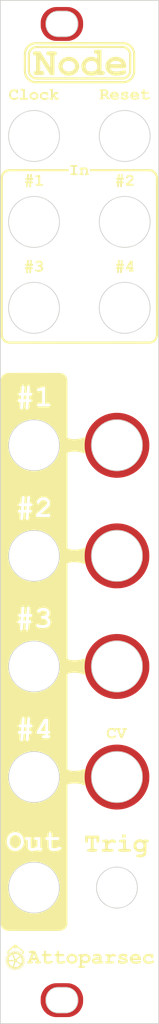
<source format=kicad_pcb>
(kicad_pcb (version 4) (host pcbnew 4.0.7)
  (layers (0 F.Cu signal) (31 B.Cu signal) (34 B.Paste user) (35 F.Paste user) (36 B.SilkS user) (37 F.SilkS user) (38 B.Mask user) (39 F.Mask user) (44 Edge.Cuts user))
  (net 0 "")
  (module LOGO (layer F.Cu) (at 0 0)
    (fp_text reference "G***" hide)
    (fp_text value "LOGO" hide)
    (fp_poly (pts (xy -7.080407 65.189182) (xy -6.924407 65.189413) (xy -6.789323 65.190012) (xy -6.672913 65.191150) (xy -6.572935 65.192995) (xy -6.487149 65.195718) (xy -6.413311 65.199488) (xy -6.349179 65.204473) (xy -6.292513 65.210845) (xy -6.241070 65.218772) (xy -6.192608 65.228423) (xy -6.144885 65.239969) (xy -6.095660 65.253578) (xy -6.042691 65.269421) (xy -5.992468 65.284950) (xy -5.783573 65.362902) (xy -5.587131 65.462355) (xy -5.404464 65.581980) (xy -5.236896 65.720445) (xy -5.085749 65.876423) (xy -4.952344 66.048581) (xy -4.838004 66.235592) (xy -4.744051 66.436124) (xy -4.686621 66.598297) (xy -4.658739 66.692252) (xy -4.636814 66.775152) (xy -4.620175 66.852223) (xy -4.608153 66.928689) (xy -4.600075 67.009774) (xy -4.595272 67.100702) (xy -4.593072 67.206699) (xy -4.592791 67.329050) (xy -4.593887 67.452086) (xy -4.596800 67.555109) (xy -4.602258 67.643483) (xy -4.610990 67.722571) (xy -4.623725 67.797736) (xy -4.641191 67.874342) (xy -4.664116 67.957752) (xy -4.689584 68.041682) (xy -4.766909 68.248093) (xy -4.865772 68.442987) (xy -4.984634 68.624822) (xy -5.121955 68.792054) (xy -5.276192 68.943140) (xy -5.445807 69.076537) (xy -5.629257 69.190701) (xy -5.825004 69.284090) (xy -5.988050 69.342386) (xy -6.044568 69.359792) (xy -6.094171 69.374844) (xy -6.139118 69.387719) (xy -6.181664 69.398596) (xy -6.224065 69.407651) (xy -6.268579 69.415061) (xy -6.317461 69.421005) (xy -6.372968 69.425660) (xy -6.437356 69.429203) (xy -6.512882 69.431811) (xy -6.601802 69.433662) (xy -6.706374 69.434934) (xy -6.828852 69.435804) (xy -6.971493 69.436448) (xy -7.136555 69.437046) (xy -7.194550 69.437256) (xy -7.340484 69.437725) (xy -7.479824 69.438035) (xy -7.610348 69.438190) (xy -7.729830 69.438195) (xy -7.836047 69.438053) (xy -7.926774 69.437767) (xy -7.999787 69.437343) (xy -8.052861 69.436783) (xy -8.083773 69.436091) (xy -8.089900 69.435733) (xy -8.296784 69.403205) (xy -8.502731 69.350073) (xy -8.700935 69.278411) (xy -8.870950 69.197707) (xy -9.061954 69.080844) (xy -9.236793 68.944932) (xy -9.394319 68.791389) (xy -9.533379 68.621635) (xy -9.652824 68.437085) (xy -9.751502 68.239160) (xy -9.828263 68.029275) (xy -9.833528 68.011652) (xy -9.860022 67.918941) (xy -9.880795 67.838624) (xy -9.896514 67.765400) (xy -9.907846 67.693967) (xy -9.915459 67.619027) (xy -9.920018 67.535277) (xy -9.922191 67.437418) (xy -9.922474 67.364095) (xy -9.244928 67.364095) (xy -9.243726 67.451393) (xy -9.241250 67.529779) (xy -9.237492 67.593579) (xy -9.233005 67.633850) (xy -9.190490 67.817517) (xy -9.124963 67.994418) (xy -9.038183 68.162060) (xy -8.931909 68.317952) (xy -8.807901 68.459602) (xy -8.667920 68.584519) (xy -8.513724 68.690210) (xy -8.469000 68.715607) (xy -8.387786 68.755348) (xy -8.292984 68.794736) (xy -8.193005 68.830784) (xy -8.096262 68.860506) (xy -8.011167 68.880915) (xy -7.995295 68.883783) (xy -7.966572 68.886395) (xy -7.915485 68.888691) (xy -7.845069 68.890668) (xy -7.758357 68.892325) (xy -7.658384 68.893661) (xy -7.548185 68.894672) (xy -7.430793 68.895359) (xy -7.309243 68.895717) (xy -7.186569 68.895747) (xy -7.065805 68.895445) (xy -6.949986 68.894810) (xy -6.842146 68.893840) (xy -6.745320 68.892534) (xy -6.662540 68.890889) (xy -6.596842 68.888904) (xy -6.551261 68.886577) (xy -6.532520 68.884675) (xy -6.435157 68.863814) (xy -6.326322 68.832140) (xy -6.215655 68.792965) (xy -6.112795 68.749602) (xy -6.053411 68.720051) (xy -5.894497 68.620372) (xy -5.748245 68.500438) (xy -5.617686 68.363293) (xy -5.505851 68.211981) (xy -5.446028 68.110100) (xy -5.369647 67.943697) (xy -5.313845 67.769697) (xy -5.278233 67.585906) (xy -5.262418 67.390126) (xy -5.266009 67.180162) (xy -5.270112 67.122509) (xy -5.298221 66.927843) (xy -5.349439 66.741516) (xy -5.422656 66.565251) (xy -5.516765 66.400767) (xy -5.630657 66.249783) (xy -5.763223 66.114021) (xy -5.913354 65.995200) (xy -6.051550 65.910109) (xy -6.183463 65.847940) (xy -6.329130 65.795957) (xy -6.478381 65.757307) (xy -6.614871 65.735741) (xy -6.665362 65.732164) (xy -6.737483 65.729171) (xy -6.827471 65.726759) (xy -6.931563 65.724927) (xy -7.045996 65.723675) (xy -7.167006 65.723000) (xy -7.290831 65.722902) (xy -7.413707 65.723379) (xy -7.531872 65.724430) (xy -7.641561 65.726054) (xy -7.739013 65.728249) (xy -7.820463 65.731014) (xy -7.882149 65.734349) (xy -7.903835 65.736172) (xy -8.086285 65.767021) (xy -8.265002 65.821525) (xy -8.436750 65.897943) (xy -8.598293 65.994536) (xy -8.746394 66.109562) (xy -8.877818 66.241282) (xy -8.906775 66.275500) (xy -9.003769 66.410341) (xy -9.088520 66.560880) (xy -9.157953 66.720343) (xy -9.208995 66.881953) (xy -9.232099 66.992500) (xy -9.237149 67.039254) (xy -9.240966 67.105465) (xy -9.243539 67.185457) (xy -9.244863 67.273558) (xy -9.244928 67.364095) (xy -9.922474 67.364095) (xy -9.922645 67.320149) (xy -9.922614 67.303650) (xy -9.921583 67.179121) (xy -9.918649 67.074642) (xy -9.913085 66.984890) (xy -9.904164 66.904542) (xy -9.891159 66.828274) (xy -9.873343 66.750764) (xy -9.849989 66.666689) (xy -9.824124 66.582556) (xy -9.744791 66.372869) (xy -9.644149 66.176011) (xy -9.523492 65.993269) (xy -9.384110 65.825927) (xy -9.227297 65.675273) (xy -9.054343 65.542590) (xy -8.866540 65.429166) (xy -8.665181 65.336285) (xy -8.520731 65.285380) (xy -8.462422 65.267379) (xy -8.410044 65.251778) (xy -8.361347 65.238403) (xy -8.314081 65.227084) (xy -8.265996 65.217650) (xy -8.214841 65.209927) (xy -8.158367 65.203745) (xy -8.094323 65.198932) (xy -8.020460 65.195317) (xy -7.934527 65.192727) (xy -7.834275 65.190990) (xy -7.717452 65.189936) (xy -7.581809 65.189392) (xy -7.425096 65.189188) (xy -7.259566 65.189151) (xy -7.080407 65.189182)) (layer F.Cu) (width 0.010000))
    (fp_poly (pts (xy -0.039160 35.256210) (xy 0.268848 35.290198) (xy 0.573159 35.347236) (xy 0.872249 35.427177) (xy 1.164597 35.529871) (xy 1.448680 35.655169) (xy 1.722975 35.802923) (xy 1.900364 35.914304) (xy 2.067389 36.030109) (xy 2.217702 36.144645) (xy 2.358875 36.264086) (xy 2.498483 36.394606) (xy 2.540317 36.435969) (xy 2.761133 36.674342) (xy 2.960441 36.926028) (xy 3.137907 37.190312) (xy 3.293196 37.466475) (xy 3.425972 37.753801) (xy 3.535901 38.051572) (xy 3.622649 38.359072) (xy 3.685879 38.675584) (xy 3.722410 38.967628) (xy 3.729060 39.071484) (xy 3.732299 39.193126) (xy 3.732310 39.326024) (xy 3.729280 39.463646) (xy 3.723393 39.599462) (xy 3.714835 39.726938) (xy 3.703789 39.839545) (xy 3.696077 39.897050) (xy 3.654014 40.136719) (xy 3.602653 40.359661) (xy 3.539734 40.573056) (xy 3.463002 40.784085) (xy 3.370196 40.999929) (xy 3.308707 41.128950) (xy 3.156517 41.409952) (xy 2.983815 41.676530) (xy 2.791589 41.927708) (xy 2.580829 42.162507) (xy 2.352523 42.379951) (xy 2.107662 42.579064) (xy 1.847233 42.758868) (xy 1.572226 42.918387) (xy 1.419070 42.995244) (xy 1.125055 43.121621) (xy 0.824585 43.223936) (xy 0.515972 43.302682) (xy 0.197529 43.358350) (xy 0.152400 43.364288) (xy 0.069197 43.372735) (xy -0.031724 43.379706) (xy -0.144134 43.385057) (xy -0.261803 43.388642) (xy -0.378502 43.390317) (xy -0.488002 43.389937) (xy -0.584071 43.387357) (xy -0.654050 43.383022) (xy -0.979103 43.342153) (xy -1.295833 43.277879) (xy -1.603277 43.190796) (xy -1.900475 43.081505) (xy -2.186464 42.950603) (xy -2.460284 42.798688) (xy -2.720971 42.626359) (xy -2.967565 42.434215) (xy -3.199104 42.222853) (xy -3.414626 41.992871) (xy -3.613170 41.744869) (xy -3.793773 41.479445) (xy -3.842795 41.399063) (xy -3.995179 41.118270) (xy -4.124244 40.828403) (xy -4.229827 40.530831) (xy -4.311762 40.226924) (xy -4.369885 39.918050) (xy -4.404033 39.605577) (xy -4.413139 39.319200) (xy -3.494261 39.319200) (xy -3.481815 39.603439) (xy -3.444856 39.882079) (xy -3.383861 40.153973) (xy -3.299304 40.417973) (xy -3.191660 40.672933) (xy -3.061403 40.917706) (xy -2.909009 41.151144) (xy -2.734951 41.372100) (xy -2.571662 41.547907) (xy -2.363239 41.738806) (xy -2.141231 41.908883) (xy -1.907074 42.057661) (xy -1.662202 42.184665) (xy -1.408053 42.289420) (xy -1.146061 42.371451) (xy -0.877661 42.430283) (xy -0.604289 42.465439) (xy -0.327380 42.476445) (xy -0.048370 42.462826) (xy 0.126982 42.441516) (xy 0.402755 42.387540) (xy 0.670999 42.309834) (xy 0.930257 42.209268) (xy 1.179071 42.086711) (xy 1.415986 41.943033) (xy 1.639543 41.779102) (xy 1.848286 41.595789) (xy 2.040758 41.393962) (xy 2.188239 41.211500) (xy 2.347251 40.977866) (xy 2.484547 40.731459) (xy 2.599635 40.473460) (xy 2.692022 40.205050) (xy 2.761215 39.927414) (xy 2.789385 39.770050) (xy 2.798230 39.704773) (xy 2.804734 39.636257) (xy 2.809166 39.559391) (xy 2.811791 39.469064) (xy 2.812878 39.360166) (xy 2.812944 39.319200) (xy 2.812308 39.203036) (xy 2.810221 39.107134) (xy 2.806416 39.026383) (xy 2.800627 38.955672) (xy 2.792585 38.889890) (xy 2.789385 38.868350) (xy 2.733573 38.587496) (xy 2.654876 38.316129) (xy 2.554127 38.055368) (xy 2.432162 37.806336) (xy 2.289815 37.570155) (xy 2.127919 37.347945) (xy 1.947311 37.140828) (xy 1.748823 36.949926) (xy 1.533291 36.776360) (xy 1.301549 36.621253) (xy 1.054432 36.485725) (xy 0.995709 36.457535) (xy 0.787893 36.368592) (xy 0.579257 36.296587) (xy 0.362336 36.239255) (xy 0.129663 36.194328) (xy 0.127000 36.193897) (xy 0.009798 36.179215) (xy -0.125023 36.169470) (xy -0.270217 36.164671) (xy -0.418535 36.164827) (xy -0.562731 36.169945) (xy -0.695555 36.180034) (xy -0.795954 36.192820) (xy -1.082930 36.250752) (xy -1.357695 36.330941) (xy -1.620202 36.433365) (xy -1.870405 36.557998) (xy -2.108254 36.704817) (xy -2.333704 36.873798) (xy -2.546706 37.064916) (xy -2.573978 37.091884) (xy -2.765540 37.301031) (xy -2.935864 37.523663) (xy -3.084479 37.758641) (xy -3.210914 38.004829) (xy -3.314701 38.261088) (xy -3.395368 38.526281) (xy -3.452445 38.799269) (xy -3.485463 39.078915) (xy -3.494261 39.319200) (xy -4.413139 39.319200) (xy -4.414040 39.290876) (xy -4.399742 38.975314) (xy -4.360976 38.660259) (xy -4.297576 38.347082) (xy -4.236194 38.122242) (xy -4.175843 37.943342) (xy -4.101149 37.754497) (xy -4.015758 37.563691) (xy -3.923319 37.378906) (xy -3.827481 37.208127) (xy -3.791961 37.150200) (xy -3.614670 36.891949) (xy -3.417322 36.647699) (xy -3.201612 36.418873) (xy -2.969235 36.206893) (xy -2.721887 36.013183) (xy -2.461262 35.839165) (xy -2.189054 35.686262) (xy -1.906960 35.555899) (xy -1.879600 35.544694) (xy -1.581378 35.437249) (xy -1.277719 35.353748) (xy -0.970145 35.294043) (xy -0.660179 35.257984) (xy -0.349343 35.245423) (xy -0.039160 35.256210)) (layer F.Cu) (width 0.010000))
    (fp_poly (pts (xy -0.141741 21.372033) (xy 0.174888 21.399573) (xy 0.482728 21.449913) (xy 0.789465 21.524590) (xy 1.087806 21.622708) (xy 1.376527 21.743339) (xy 1.654403 21.885555) (xy 1.920208 22.048431) (xy 2.172717 22.231039) (xy 2.410705 22.432452) (xy 2.632948 22.651743) (xy 2.838219 22.887985) (xy 3.025294 23.140252) (xy 3.192948 23.407616) (xy 3.278964 23.565662) (xy 3.402134 23.824024) (xy 3.504366 24.082022) (xy 3.587472 24.345282) (xy 3.653266 24.619430) (xy 3.696175 24.860250) (xy 3.710399 24.975729) (xy 3.721172 25.109743) (xy 3.728364 25.255645) (xy 3.731846 25.406787) (xy 3.731487 25.556521) (xy 3.727159 25.698201) (xy 3.718732 25.825180) (xy 3.715619 25.857200) (xy 3.669531 26.176271) (xy 3.599704 26.487597) (xy 3.506853 26.790101) (xy 3.391695 27.082708) (xy 3.254945 27.364344) (xy 3.097322 27.633934) (xy 2.919540 27.890404) (xy 2.722317 28.132677) (xy 2.506369 28.359680) (xy 2.272411 28.570338) (xy 2.021161 28.763575) (xy 1.753335 28.938317) (xy 1.605975 29.022485) (xy 1.322239 29.162539) (xy 1.026557 29.280373) (xy 0.719770 29.375712) (xy 0.402718 29.448284) (xy 0.189651 29.483380) (xy 0.136725 29.489040) (xy 0.063951 29.494339) (xy -0.023741 29.499143) (xy -0.121418 29.503312) (xy -0.224149 29.506709) (xy -0.327003 29.509196) (xy -0.425048 29.510637) (xy -0.513353 29.510893) (xy -0.586986 29.509827) (xy -0.641015 29.507302) (xy -0.647700 29.506736) (xy -0.980086 29.464312) (xy -1.300288 29.399692) (xy -1.608841 29.312664) (xy -1.906282 29.203016) (xy -2.193144 29.070538) (xy -2.469964 28.915019) (xy -2.737276 28.736247) (xy -2.884199 28.624967) (xy -2.953049 28.567408) (xy -3.033802 28.494782) (xy -3.122051 28.411493) (xy -3.213388 28.321943) (xy -3.303406 28.230537) (xy -3.387697 28.141678) (xy -3.461852 28.059769) (xy -3.521466 27.989214) (xy -3.525081 27.984687) (xy -3.670048 27.788833) (xy -3.808665 27.575336) (xy -3.936563 27.351735) (xy -4.049373 27.125567) (xy -4.125205 26.949400) (xy -4.230793 26.650404) (xy -4.312344 26.345627) (xy -4.369936 26.036647) (xy -4.403648 25.725047) (xy -4.410706 25.502357) (xy -3.495415 25.502357) (xy -3.477496 25.781344) (xy -3.435215 26.057877) (xy -3.401977 26.206450) (xy -3.321640 26.476839) (xy -3.218266 26.736726) (xy -3.092247 26.985421) (xy -2.943974 27.222234) (xy -2.773840 27.446476) (xy -2.582235 27.657456) (xy -2.573118 27.666624) (xy -2.395586 27.833344) (xy -2.215483 27.979245) (xy -2.026709 28.108664) (xy -1.823163 28.225936) (xy -1.695450 28.290329) (xy -1.447602 28.397103) (xy -1.194286 28.481064) (xy -0.932234 28.543121) (xy -0.658178 28.584179) (xy -0.622300 28.587941) (xy -0.539449 28.593399) (xy -0.438068 28.595649) (xy -0.324797 28.594913) (xy -0.206273 28.591416) (xy -0.089134 28.585383) (xy 0.019982 28.577038) (xy 0.114437 28.566604) (xy 0.146050 28.561988) (xy 0.425539 28.504843) (xy 0.696112 28.424141) (xy 0.956736 28.320405) (xy 1.206382 28.194161) (xy 1.444020 28.045933) (xy 1.668619 27.876245) (xy 1.879150 27.685623) (xy 1.891922 27.672922) (xy 2.084614 27.462652) (xy 2.255945 27.238762) (xy 2.405646 27.001785) (xy 2.533451 26.752249) (xy 2.639090 26.490686) (xy 2.722297 26.217626) (xy 2.782803 25.933599) (xy 2.789083 25.895300) (xy 2.799542 25.808575) (xy 2.807127 25.702750) (xy 2.811832 25.583959) (xy 2.813656 25.458340) (xy 2.812593 25.332029) (xy 2.808642 25.211161) (xy 2.801797 25.101872) (xy 2.792056 25.010299) (xy 2.789597 24.993600) (xy 2.732875 24.710119) (xy 2.653544 24.437004) (xy 2.552413 24.175246) (xy 2.430291 23.925835) (xy 2.287989 23.689762) (xy 2.126315 23.468017) (xy 1.946080 23.261592) (xy 1.748092 23.071477) (xy 1.533161 22.898662) (xy 1.302097 22.744138) (xy 1.055709 22.608895) (xy 0.794807 22.493925) (xy 0.725546 22.467786) (xy 0.481308 22.390001) (xy 0.234032 22.334264) (xy -0.020266 22.299898) (xy -0.285566 22.286226) (xy -0.342900 22.285920) (xy -0.527225 22.290247) (xy -0.696352 22.303074) (xy -0.859382 22.325498) (xy -1.025413 22.358617) (xy -1.106274 22.377989) (xy -1.373712 22.457908) (xy -1.630757 22.560321) (xy -1.876246 22.684064) (xy -2.109014 22.827975) (xy -2.327897 22.990887) (xy -2.531730 23.171638) (xy -2.719351 23.369064) (xy -2.889595 23.581999) (xy -3.041297 23.809280) (xy -3.173294 24.049744) (xy -3.284421 24.302225) (xy -3.373515 24.565561) (xy -3.402987 24.674726) (xy -3.458162 24.946643) (xy -3.488971 25.223321) (xy -3.495415 25.502357) (xy -4.410706 25.502357) (xy -4.413558 25.412407) (xy -4.399743 25.100308) (xy -4.362282 24.790330) (xy -4.301252 24.484053) (xy -4.216732 24.183060) (xy -4.108799 23.888931) (xy -3.977533 23.603245) (xy -3.958191 23.565723) (xy -3.798539 23.286640) (xy -3.620351 23.024153) (xy -3.424780 22.778813) (xy -3.212980 22.551167) (xy -2.986102 22.341765) (xy -2.745300 22.151157) (xy -2.491727 21.979892) (xy -2.226535 21.828519) (xy -1.950879 21.697587) (xy -1.665911 21.587647) (xy -1.372783 21.499246) (xy -1.072649 21.432935) (xy -0.766662 21.389263) (xy -0.455975 21.368779) (xy -0.141741 21.372033)) (layer F.Cu) (width 0.010000))
    (fp_poly (pts (xy -0.279120 7.493990) (xy -0.153933 7.496748) (xy -0.036576 7.501709) (xy 0.066329 7.508818) (xy 0.105323 7.512613) (xy 0.420586 7.559463) (xy 0.728921 7.630301) (xy 1.029158 7.724379) (xy 1.320131 7.840946) (xy 1.600670 7.979254) (xy 1.869608 8.138553) (xy 2.125776 8.318094) (xy 2.368007 8.517127) (xy 2.595133 8.734903) (xy 2.805985 8.970673) (xy 2.999396 9.223686) (xy 3.162826 9.474200) (xy 3.281163 9.687953) (xy 3.390319 9.919376) (xy 3.487558 10.161567) (xy 3.570147 10.407628) (xy 3.635349 10.650659) (xy 3.643599 10.687050) (xy 3.688690 10.934973) (xy 3.718303 11.196573) (xy 3.732274 11.465260) (xy 3.730442 11.734447) (xy 3.712643 11.997546) (xy 3.681768 12.230100) (xy 3.615801 12.548344) (xy 3.526563 12.856693) (xy 3.414362 13.154540) (xy 3.279503 13.441278) (xy 3.122292 13.716299) (xy 2.943036 13.978997) (xy 2.742041 14.228763) (xy 2.590800 14.393286) (xy 2.354443 14.619618) (xy 2.105877 14.823691) (xy 1.845302 15.005405) (xy 1.572914 15.164665) (xy 1.288914 15.301374) (xy 0.993498 15.415435) (xy 0.686866 15.506750) (xy 0.369216 15.575223) (xy 0.088900 15.615596) (xy 0.029881 15.620529) (xy -0.048957 15.624658) (xy -0.142047 15.627915) (xy -0.243820 15.630233) (xy -0.348707 15.631545) (xy -0.451140 15.631783) (xy -0.545548 15.630881) (xy -0.626364 15.628769) (xy -0.688019 15.625383) (xy -0.692150 15.625038) (xy -0.759803 15.617758) (xy -0.844784 15.606478) (xy -0.939557 15.592391) (xy -1.036588 15.576693) (xy -1.128342 15.560575) (xy -1.207283 15.545233) (xy -1.238250 15.538530) (xy -1.534486 15.458950) (xy -1.825484 15.356287) (xy -2.108945 15.231866) (xy -2.382567 15.087015) (xy -2.644052 14.923058) (xy -2.891098 14.741324) (xy -3.121406 14.543137) (xy -3.330738 14.331950) (xy -3.543279 14.081078) (xy -3.733093 13.818885) (xy -3.900075 13.545602) (xy -4.044120 13.261460) (xy -4.165120 12.966689) (xy -4.262971 12.661520) (xy -4.337566 12.346186) (xy -4.388800 12.020916) (xy -4.388844 12.020550) (xy -4.397977 11.922916) (xy -4.404651 11.807443) (xy -4.408816 11.680768) (xy -4.409183 11.650754) (xy -3.494983 11.650754) (xy -3.475312 11.925758) (xy -3.431074 12.200280) (xy -3.403092 12.322982) (xy -3.323146 12.592361) (xy -3.220842 12.850934) (xy -3.097290 13.097591) (xy -2.953599 13.331222) (xy -2.790878 13.550716) (xy -2.610236 13.754965) (xy -2.412783 13.942859) (xy -2.199628 14.113287) (xy -1.971880 14.265140) (xy -1.730649 14.397307) (xy -1.477043 14.508680) (xy -1.212172 14.598148) (xy -1.098550 14.628747) (xy -1.020178 14.646730) (xy -0.931937 14.664511) (xy -0.846837 14.679568) (xy -0.800100 14.686601) (xy -0.737993 14.695043) (xy -0.681673 14.702719) (xy -0.637962 14.708698) (xy -0.615950 14.711733) (xy -0.592503 14.713089) (xy -0.547847 14.713957) (xy -0.486170 14.714323) (xy -0.411660 14.714170) (xy -0.328505 14.713483) (xy -0.285750 14.712945) (xy -0.165079 14.710461) (xy -0.064703 14.706498) (xy 0.020453 14.700721) (xy 0.095469 14.692794) (xy 0.158750 14.683502) (xy 0.440689 14.624190) (xy 0.711850 14.541921) (xy 0.971851 14.436891) (xy 1.220311 14.309295) (xy 1.456851 14.159330) (xy 1.681089 13.987190) (xy 1.892645 13.793071) (xy 1.892908 13.792808) (xy 2.085865 13.582306) (xy 2.257327 13.358392) (xy 2.407015 13.121618) (xy 2.534651 12.872538) (xy 2.639955 12.611704) (xy 2.722651 12.339668) (xy 2.782459 12.056983) (xy 2.789360 12.014200) (xy 2.799622 11.927402) (xy 2.807063 11.821703) (xy 2.811682 11.703192) (xy 2.813477 11.577962) (xy 2.812447 11.452102) (xy 2.808591 11.331703) (xy 2.801905 11.222857) (xy 2.792390 11.131653) (xy 2.789597 11.112500) (xy 2.732643 10.827278) (xy 2.652920 10.553087) (xy 2.550624 10.290317) (xy 2.425952 10.039358) (xy 2.279101 9.800601) (xy 2.110269 9.574437) (xy 1.919652 9.361257) (xy 1.892661 9.333895) (xy 1.682260 9.140569) (xy 1.458506 8.968784) (xy 1.221944 8.818819) (xy 0.973119 8.690955) (xy 0.712577 8.585472) (xy 0.440863 8.502651) (xy 0.158750 8.442809) (xy 0.065801 8.430635) (xy -0.046076 8.421534) (xy -0.170830 8.415542) (xy -0.302407 8.412695) (xy -0.434756 8.413031) (xy -0.561822 8.416585) (xy -0.677555 8.423395) (xy -0.775900 8.433497) (xy -0.800100 8.437016) (xy -1.082024 8.494031) (xy -1.355115 8.574540) (xy -1.618313 8.678043) (xy -1.870561 8.804041) (xy -2.110800 8.952035) (xy -2.337971 9.121525) (xy -2.444750 9.212768) (xy -2.644684 9.407955) (xy -2.824790 9.618048) (xy -2.984596 9.841508) (xy -3.123626 10.076797) (xy -3.241408 10.322375) (xy -3.337466 10.576703) (xy -3.411326 10.838244) (xy -3.462515 11.105459) (xy -3.490559 11.376809) (xy -3.494983 11.650754) (xy -4.409183 11.650754) (xy -4.410423 11.549526) (xy -4.409424 11.420352) (xy -4.405770 11.299883) (xy -4.399411 11.194755) (xy -4.395265 11.150600) (xy -4.348017 10.830092) (xy -4.277236 10.517565) (xy -4.183632 10.214080) (xy -4.067911 9.920697) (xy -3.930782 9.638477) (xy -3.772951 9.368482) (xy -3.595126 9.111772) (xy -3.398015 8.869409) (xy -3.182326 8.642453) (xy -2.948766 8.431966) (xy -2.698042 8.239007) (xy -2.430863 8.064639) (xy -2.279650 7.978398) (xy -2.000838 7.841276) (xy -1.709428 7.725344) (xy -1.407909 7.631360) (xy -1.098771 7.560079) (xy -0.784502 7.512259) (xy -0.725730 7.506018) (xy -0.635442 7.499446) (xy -0.526497 7.495286) (xy -0.405515 7.493484) (xy -0.279120 7.493990)) (layer F.Cu) (width 0.010000))
    (fp_poly (pts (xy 0.089232 -6.366489) (xy 0.407691 -6.320367) (xy 0.635000 -6.271972) (xy 0.934800 -6.186562) (xy 1.227083 -6.077529) (xy 1.510336 -5.945931) (xy 1.783050 -5.792825) (xy 2.043714 -5.619267) (xy 2.290816 -5.426314) (xy 2.522847 -5.215023) (xy 2.738296 -4.986452) (xy 2.935653 -4.741657) (xy 3.046632 -4.584636) (xy 3.213498 -4.313595) (xy 3.357447 -4.032814) (xy 3.478394 -3.743690) (xy 3.576250 -3.447618) (xy 3.650929 -3.145995) (xy 3.702343 -2.840216) (xy 3.730406 -2.531678) (xy 3.735029 -2.221777) (xy 3.716126 -1.911907) (xy 3.673611 -1.603467) (xy 3.607394 -1.297850) (xy 3.517391 -0.996455) (xy 3.403513 -0.700676) (xy 3.302616 -0.483829) (xy 3.148931 -0.205113) (xy 2.975315 0.058646) (xy 2.782934 0.306628) (xy 2.572958 0.538016) (xy 2.346554 0.751990) (xy 2.104891 0.947732) (xy 1.849137 1.124424) (xy 1.580461 1.281248) (xy 1.300030 1.417384) (xy 1.009013 1.532015) (xy 0.708579 1.624322) (xy 0.399895 1.693486) (xy 0.138701 1.732679) (xy 0.069938 1.739375) (xy -0.014354 1.745495) (xy -0.108522 1.750828) (xy -0.206914 1.755168) (xy -0.303875 1.758304) (xy -0.393753 1.760028) (xy -0.470895 1.760132) (xy -0.529647 1.758405) (xy -0.539750 1.757743) (xy -0.749516 1.738944) (xy -0.940486 1.715106) (xy -1.118975 1.685035) (xy -1.291296 1.647539) (xy -1.463760 1.601425) (xy -1.615793 1.554361) (xy -1.913787 1.443841) (xy -2.199832 1.311434) (xy -2.472981 1.158145) (xy -2.732287 0.984982) (xy -2.976803 0.792951) (xy -3.205581 0.583058) (xy -3.417674 0.356310) (xy -3.612134 0.113713) (xy -3.788015 -0.143726) (xy -3.944370 -0.415001) (xy -4.080249 -0.699106) (xy -4.194708 -0.995033) (xy -4.280140 -1.276350) (xy -4.346792 -1.575988) (xy -4.390342 -1.883509) (xy -4.410704 -2.196052) (xy -4.410221 -2.248304) (xy -3.495499 -2.248304) (xy -3.477947 -1.970045) (xy -3.436030 -1.695239) (xy -3.402987 -1.548027) (xy -3.327919 -1.296500) (xy -3.230305 -1.048023) (xy -3.112466 -0.807446) (xy -2.976720 -0.579620) (xy -2.862029 -0.416695) (xy -2.681766 -0.199080) (xy -2.485545 -0.000379) (xy -2.274764 0.178831) (xy -2.050821 0.337972) (xy -1.815115 0.476464) (xy -1.569044 0.593732) (xy -1.314007 0.689195) (xy -1.051401 0.762277) (xy -0.782626 0.812399) (xy -0.509079 0.838984) (xy -0.232159 0.841452) (xy 0.046736 0.819227) (xy 0.107950 0.811004) (xy 0.368643 0.763071) (xy 0.617275 0.695567) (xy 0.859988 0.606638) (xy 1.018098 0.536175) (xy 1.266125 0.404248) (xy 1.499363 0.252293) (xy 1.716889 0.081564) (xy 1.917777 -0.106684) (xy 2.101103 -0.311197) (xy 2.265941 -0.530720) (xy 2.411367 -0.763998) (xy 2.536457 -1.009777) (xy 2.640284 -1.266802) (xy 2.721925 -1.533819) (xy 2.780455 -1.809572) (xy 2.789490 -1.866900) (xy 2.800268 -1.961101) (xy 2.807913 -2.073194) (xy 2.812430 -2.196967) (xy 2.813822 -2.326206) (xy 2.812092 -2.454697) (xy 2.807243 -2.576226) (xy 2.799279 -2.684579) (xy 2.788998 -2.768600) (xy 2.731726 -3.053455) (xy 2.651602 -3.327730) (xy 2.548942 -3.590802) (xy 2.424058 -3.842049) (xy 2.277265 -4.080847) (xy 2.108878 -4.306576) (xy 1.919210 -4.518611) (xy 1.891922 -4.546223) (xy 1.681965 -4.738670) (xy 1.458671 -4.909539) (xy 1.222352 -5.058669) (xy 0.973319 -5.185904) (xy 0.711885 -5.291086) (xy 0.438362 -5.374055) (xy 0.153060 -5.434655) (xy 0.133350 -5.437942) (xy 0.024328 -5.451772) (xy -0.102916 -5.461253) (xy -0.241583 -5.466382) (xy -0.384869 -5.467158) (xy -0.525973 -5.463580) (xy -0.658093 -5.455644) (xy -0.774428 -5.443349) (xy -0.809002 -5.438204) (xy -1.034164 -5.394888) (xy -1.243977 -5.339794) (xy -1.446768 -5.270336) (xy -1.650866 -5.183930) (xy -1.695450 -5.163019) (xy -1.909032 -5.052195) (xy -2.105691 -4.930486) (xy -2.291080 -4.793878) (xy -2.470853 -4.638358) (xy -2.572030 -4.540659) (xy -2.764771 -4.330314) (xy -2.936023 -4.106736) (xy -3.085404 -3.870598) (xy -3.212533 -3.622572) (xy -3.317027 -3.363331) (xy -3.398504 -3.093546) (xy -3.401977 -3.079750) (xy -3.457512 -2.805562) (xy -3.488687 -2.527612) (xy -3.495499 -2.248304) (xy -4.410221 -2.248304) (xy -4.407789 -2.510756) (xy -4.381511 -2.824757) (xy -4.336032 -3.113624) (xy -4.266301 -3.407985) (xy -4.172426 -3.699690) (xy -4.055663 -3.986033) (xy -3.917267 -4.264308) (xy -3.758493 -4.531808) (xy -3.580599 -4.785827) (xy -3.529729 -4.851400) (xy -3.469306 -4.923670) (xy -3.394263 -5.007242) (xy -3.309005 -5.097701) (xy -3.217937 -5.190635) (xy -3.125461 -5.281628) (xy -3.035983 -5.366269) (xy -2.953907 -5.440141) (xy -2.883951 -5.498585) (xy -2.621104 -5.690348) (xy -2.347543 -5.859454) (xy -2.064414 -6.005652) (xy -1.772862 -6.128692) (xy -1.474030 -6.228320) (xy -1.169065 -6.304285) (xy -0.859112 -6.356337) (xy -0.545314 -6.384222) (xy -0.228818 -6.387690) (xy 0.089232 -6.366489)) (layer F.Cu) (width 0.010000))
    (fp_poly (pts (xy -7.258050 -57.308750) (xy -7.079297 -57.308725) (xy -6.923731 -57.308541) (xy -6.789141 -57.308035) (xy -6.673315 -57.307047) (xy -6.574040 -57.305414) (xy -6.489104 -57.302974) (xy -6.416296 -57.299566) (xy -6.353403 -57.295026) (xy -6.298212 -57.289194) (xy -6.248513 -57.281907) (xy -6.202092 -57.273004) (xy -6.156738 -57.262321) (xy -6.110238 -57.249698) (xy -6.060381 -57.234972) (xy -6.004954 -57.217982) (xy -6.000750 -57.216686) (xy -5.789708 -57.138687) (xy -5.591695 -57.039427) (xy -5.407920 -56.920126) (xy -5.239596 -56.782007) (xy -5.087933 -56.626292) (xy -4.954142 -56.454202) (xy -4.839435 -56.266960) (xy -4.745022 -56.065786) (xy -4.682112 -55.886350) (xy -4.654857 -55.792201) (xy -4.633591 -55.709612) (xy -4.617602 -55.633085) (xy -4.606182 -55.557122) (xy -4.598620 -55.476225) (xy -4.594207 -55.384896) (xy -4.592233 -55.277636) (xy -4.591922 -55.187850) (xy -4.592785 -55.062265) (xy -4.595723 -54.956590) (xy -4.601456 -54.865374) (xy -4.610706 -54.783162) (xy -4.624193 -54.704502) (xy -4.642640 -54.623941) (xy -4.666768 -54.536026) (xy -4.687122 -54.468173) (xy -4.764436 -54.258430) (xy -4.863107 -54.061164) (xy -4.981800 -53.877713) (xy -5.119181 -53.709417) (xy -5.273913 -53.557616) (xy -5.444662 -53.423648) (xy -5.630094 -53.308853) (xy -5.828872 -53.214571) (xy -5.995994 -53.155002) (xy -6.053216 -53.137502) (xy -6.104427 -53.122320) (xy -6.151841 -53.109295) (xy -6.197677 -53.098264) (xy -6.244148 -53.089066) (xy -6.293472 -53.081538) (xy -6.347865 -53.075519) (xy -6.409542 -53.070846) (xy -6.480720 -53.067358) (xy -6.563614 -53.064892) (xy -6.660442 -53.063287) (xy -6.773418 -53.062380) (xy -6.904759 -53.062010) (xy -7.056682 -53.062014) (xy -7.231401 -53.062231) (xy -7.264400 -53.062278) (xy -7.454367 -53.062708) (xy -7.620249 -53.063432) (xy -7.763360 -53.064472) (xy -7.885014 -53.065853) (xy -7.986524 -53.067597) (xy -8.069204 -53.069730) (xy -8.134369 -53.072274) (xy -8.183331 -53.075253) (xy -8.217405 -53.078691) (xy -8.223250 -53.079546) (xy -8.272991 -53.089330) (xy -8.339233 -53.105092) (xy -8.414346 -53.124883) (xy -8.490700 -53.146756) (xy -8.513020 -53.153529) (xy -8.724218 -53.231494) (xy -8.922447 -53.330748) (xy -9.106475 -53.450073) (xy -9.275072 -53.588247) (xy -9.427010 -53.744050) (xy -9.561057 -53.916263) (xy -9.675984 -54.103664) (xy -9.770560 -54.305035) (xy -9.824124 -54.454057) (xy -9.852740 -54.547455) (xy -9.875279 -54.629581) (xy -9.892444 -54.705652) (xy -9.904941 -54.780881) (xy -9.913472 -54.860481) (xy -9.918741 -54.949667) (xy -9.921452 -55.053652) (xy -9.922062 -55.141810) (xy -9.244981 -55.141810) (xy -9.243785 -55.054498) (xy -9.241377 -54.975235) (xy -9.237760 -54.909475) (xy -9.232940 -54.862673) (xy -9.231968 -54.856808) (xy -9.185183 -54.666109) (xy -9.116469 -54.485943) (xy -9.027225 -54.317898) (xy -8.918845 -54.163563) (xy -8.792727 -54.024526) (xy -8.650267 -53.902375) (xy -8.492861 -53.798697) (xy -8.321906 -53.715082) (xy -8.185150 -53.666344) (xy -8.114563 -53.646645) (xy -8.041016 -53.628902) (xy -7.974114 -53.615292) (xy -7.931150 -53.608766) (xy -7.890246 -53.605727) (xy -7.827413 -53.603096) (xy -7.746121 -53.600880) (xy -7.649837 -53.599082) (xy -7.542031 -53.597707) (xy -7.426171 -53.596760) (xy -7.305725 -53.596246) (xy -7.184163 -53.596170) (xy -7.064952 -53.596537) (xy -6.951561 -53.597351) (xy -6.847459 -53.598618) (xy -6.756115 -53.600342) (xy -6.680996 -53.602528) (xy -6.625572 -53.605180) (xy -6.604000 -53.606916) (xy -6.537415 -53.616650) (xy -6.457901 -53.632609) (xy -6.376442 -53.652447) (xy -6.330950 -53.665308) (xy -6.150493 -53.732511) (xy -5.983014 -53.820647) (xy -5.829802 -53.928101) (xy -5.692149 -54.053256) (xy -5.571344 -54.194493) (xy -5.468678 -54.350198) (xy -5.385441 -54.518751) (xy -5.322922 -54.698538) (xy -5.282413 -54.887940) (xy -5.270037 -54.994941) (xy -5.261496 -55.209873) (xy -5.272507 -55.410177) (xy -5.303428 -55.597856) (xy -5.354617 -55.774917) (xy -5.426429 -55.943365) (xy -5.445530 -55.980405) (xy -5.545962 -56.142482) (xy -5.665729 -56.289116) (xy -5.803122 -56.419089) (xy -5.956434 -56.531185) (xy -6.123957 -56.624188) (xy -6.303983 -56.696880) (xy -6.494805 -56.748044) (xy -6.533308 -56.755442) (xy -6.564160 -56.758597) (xy -6.617307 -56.761342) (xy -6.689658 -56.763676) (xy -6.778126 -56.765600) (xy -6.879619 -56.767115) (xy -6.991050 -56.768220) (xy -7.109329 -56.768916) (xy -7.231366 -56.769202) (xy -7.354073 -56.769080) (xy -7.474361 -56.768548) (xy -7.589139 -56.767608) (xy -7.695320 -56.766260) (xy -7.789813 -56.764503) (xy -7.869529 -56.762338) (xy -7.931379 -56.759766) (xy -7.972275 -56.756786) (xy -7.982793 -56.755353) (xy -8.175570 -56.708358) (xy -8.357291 -56.639890) (xy -8.526446 -56.551251) (xy -8.681526 -56.443741) (xy -8.821019 -56.318662) (xy -8.943418 -56.177316) (xy -9.047211 -56.021004) (xy -9.130888 -55.851028) (xy -9.176020 -55.726741) (xy -9.195452 -55.661260) (xy -9.213149 -55.595364) (xy -9.226759 -55.538137) (xy -9.232577 -55.508215) (xy -9.237525 -55.462469) (xy -9.241235 -55.397501) (xy -9.243710 -55.318766) (xy -9.244957 -55.231718) (xy -9.244981 -55.141810) (xy -9.922062 -55.141810) (xy -9.922310 -55.177651) (xy -9.922314 -55.181500) (xy -9.921700 -55.307089) (xy -9.919123 -55.412597) (xy -9.913879 -55.503315) (xy -9.905264 -55.584530) (xy -9.892575 -55.661533) (xy -9.875108 -55.739612) (xy -9.852159 -55.824056) (xy -9.824802 -55.914471) (xy -9.746532 -56.123624) (xy -9.646872 -56.320007) (xy -9.527066 -56.502382) (xy -9.388357 -56.669510) (xy -9.231987 -56.820153) (xy -9.059199 -56.953071) (xy -8.871237 -57.067026) (xy -8.669343 -57.160778) (xy -8.521700 -57.213311) (xy -8.464839 -57.231082) (xy -8.413930 -57.246497) (xy -8.366756 -57.259724) (xy -8.321102 -57.270932) (xy -8.274751 -57.280286) (xy -8.225485 -57.287954) (xy -8.171087 -57.294105) (xy -8.109342 -57.298905) (xy -8.038032 -57.302522) (xy -7.954941 -57.305123) (xy -7.857851 -57.306875) (xy -7.744546 -57.307947) (xy -7.612809 -57.308505) (xy -7.460423 -57.308717) (xy -7.285172 -57.308751) (xy -7.258050 -57.308750)) (layer F.Cu) (width 0.010000))
  )
  (module LOGO (layer F.Cu) (at 0 0)
    (fp_text reference "G***" hide)
    (fp_text value "LOGO" hide)
  )
  (module LOGO (layer F.Cu) (at 0 0)
    (fp_text reference "G***" hide)
    (fp_text value "LOGO" hide)
  )
  (gr_line (start -7.756435 -56.786963) (end -6.756435 -56.786963) (layer Edge.Cuts) (width 0.1))
  (gr_line (start -6.756435 -56.786963) (end -6.602645 -56.778963) (layer Edge.Cuts) (width 0.1))
  (gr_line (start -6.602645 -56.778963) (end -6.453395 -56.756363) (layer Edge.Cuts) (width 0.1))
  (gr_line (start -6.453395 -56.756363) (end -6.171485 -56.669263) (layer Edge.Cuts) (width 0.1))
  (gr_line (start -6.171485 -56.669263) (end -5.916645 -56.531283) (layer Edge.Cuts) (width 0.1))
  (gr_line (start -5.916645 -56.531283) (end -5.694815 -56.348403) (layer Edge.Cuts) (width 0.1))
  (gr_line (start -5.694815 -56.348403) (end -5.511935 -56.126573) (layer Edge.Cuts) (width 0.1))
  (gr_line (start -5.511935 -56.126573) (end -5.373955 -55.871733) (layer Edge.Cuts) (width 0.1))
  (gr_line (start -5.373955 -55.871733) (end -5.286755 -55.589823) (layer Edge.Cuts) (width 0.1))
  (gr_line (start -5.286755 -55.589823) (end -5.264155 -55.440573) (layer Edge.Cuts) (width 0.1))
  (gr_line (start -5.264155 -55.440573) (end -5.256155 -55.286783) (layer Edge.Cuts) (width 0.1))
  (gr_line (start -5.256155 -55.286783) (end -5.256155 -55.096783) (layer Edge.Cuts) (width 0.1))
  (gr_line (start -5.256155 -55.096783) (end -5.264155 -54.942993) (layer Edge.Cuts) (width 0.1))
  (gr_line (start -5.264155 -54.942993) (end -5.286755 -54.793743) (layer Edge.Cuts) (width 0.1))
  (gr_line (start -5.286755 -54.793743) (end -5.373955 -54.511833) (layer Edge.Cuts) (width 0.1))
  (gr_line (start -5.373955 -54.511833) (end -5.511935 -54.256983) (layer Edge.Cuts) (width 0.1))
  (gr_line (start -5.511935 -54.256983) (end -5.694815 -54.035153) (layer Edge.Cuts) (width 0.1))
  (gr_line (start -5.694815 -54.035153) (end -5.916645 -53.852283) (layer Edge.Cuts) (width 0.1))
  (gr_line (start -5.916645 -53.852283) (end -6.171485 -53.714303) (layer Edge.Cuts) (width 0.1))
  (gr_line (start -6.171485 -53.714303) (end -6.453395 -53.627103) (layer Edge.Cuts) (width 0.1))
  (gr_line (start -6.453395 -53.627103) (end -6.602645 -53.604503) (layer Edge.Cuts) (width 0.1))
  (gr_line (start -6.602645 -53.604503) (end -6.756435 -53.596503) (layer Edge.Cuts) (width 0.1))
  (gr_line (start -6.756435 -53.596503) (end -7.756435 -53.596503) (layer Edge.Cuts) (width 0.1))
  (gr_line (start -7.756435 -53.596503) (end -7.910225 -53.604503) (layer Edge.Cuts) (width 0.1))
  (gr_line (start -7.910225 -53.604503) (end -8.059485 -53.627103) (layer Edge.Cuts) (width 0.1))
  (gr_line (start -8.059485 -53.627103) (end -8.341395 -53.714303) (layer Edge.Cuts) (width 0.1))
  (gr_line (start -8.341395 -53.714303) (end -8.596235 -53.852283) (layer Edge.Cuts) (width 0.1))
  (gr_line (start -8.596235 -53.852283) (end -8.818065 -54.035153) (layer Edge.Cuts) (width 0.1))
  (gr_line (start -8.818065 -54.035153) (end -9.000945 -54.256983) (layer Edge.Cuts) (width 0.1))
  (gr_line (start -9.000945 -54.256983) (end -9.138925 -54.511833) (layer Edge.Cuts) (width 0.1))
  (gr_line (start -9.138925 -54.511833) (end -9.226025 -54.793743) (layer Edge.Cuts) (width 0.1))
  (gr_line (start -9.226025 -54.793743) (end -9.248625 -54.942993) (layer Edge.Cuts) (width 0.1))
  (gr_line (start -9.248625 -54.942993) (end -9.256625 -55.096783) (layer Edge.Cuts) (width 0.1))
  (gr_line (start -9.256625 -55.096783) (end -9.256625 -55.286783) (layer Edge.Cuts) (width 0.1))
  (gr_line (start -9.256625 -55.286783) (end -9.248625 -55.440573) (layer Edge.Cuts) (width 0.1))
  (gr_line (start -9.248625 -55.440573) (end -9.226025 -55.589823) (layer Edge.Cuts) (width 0.1))
  (gr_line (start -9.226025 -55.589823) (end -9.138925 -55.871733) (layer Edge.Cuts) (width 0.1))
  (gr_line (start -9.138925 -55.871733) (end -9.000945 -56.126573) (layer Edge.Cuts) (width 0.1))
  (gr_line (start -9.000945 -56.126573) (end -8.818065 -56.348403) (layer Edge.Cuts) (width 0.1))
  (gr_line (start -8.818065 -56.348403) (end -8.596235 -56.531283) (layer Edge.Cuts) (width 0.1))
  (gr_line (start -8.596235 -56.531283) (end -8.341395 -56.669263) (layer Edge.Cuts) (width 0.1))
  (gr_line (start -8.341395 -56.669263) (end -8.059485 -56.756363) (layer Edge.Cuts) (width 0.1))
  (gr_line (start -8.059485 -56.756363) (end -7.910225 -56.778963) (layer Edge.Cuts) (width 0.1))
  (gr_line (start -7.910225 -56.778963) (end -7.756435 -56.786963) (layer Edge.Cuts) (width 0.1))
  (gr_line (start -7.756435 -56.786963) (end -7.756435 -56.786963) (layer Edge.Cuts) (width 0.1))
  (gr_line (start -7.756435 -56.786963) (end -7.756435 -56.786963) (layer Edge.Cuts) (width 0.1))
  (gr_line (start -7.563475 -30.347794) (end -7.579175 -30.031514) (layer Edge.Cuts) (width 0.1))
  (gr_line (start -7.579175 -30.031514) (end -7.625575 -29.720594) (layer Edge.Cuts) (width 0.1))
  (gr_line (start -7.625575 -29.720594) (end -7.701875 -29.417124) (layer Edge.Cuts) (width 0.1))
  (gr_line (start -7.701875 -29.417124) (end -7.807135 -29.123204) (layer Edge.Cuts) (width 0.1))
  (gr_line (start -7.807135 -29.123204) (end -7.940535 -28.840944) (layer Edge.Cuts) (width 0.1))
  (gr_line (start -7.940535 -28.840944) (end -8.101185 -28.572434) (layer Edge.Cuts) (width 0.1))
  (gr_line (start -8.101185 -28.572434) (end -8.288235 -28.319774) (layer Edge.Cuts) (width 0.1))
  (gr_line (start -8.288235 -28.319774) (end -8.500805 -28.085054) (layer Edge.Cuts) (width 0.1))
  (gr_line (start -8.500805 -28.085054) (end -8.735525 -27.872484) (layer Edge.Cuts) (width 0.1))
  (gr_line (start -8.735525 -27.872484) (end -8.988185 -27.685434) (layer Edge.Cuts) (width 0.1))
  (gr_line (start -8.988185 -27.685434) (end -9.256705 -27.524774) (layer Edge.Cuts) (width 0.1))
  (gr_line (start -9.256705 -27.524774) (end -9.538965 -27.391384) (layer Edge.Cuts) (width 0.1))
  (gr_line (start -9.538965 -27.391384) (end -9.832875 -27.286114) (layer Edge.Cuts) (width 0.1))
  (gr_line (start -9.832875 -27.286114) (end -10.136345 -27.209814) (layer Edge.Cuts) (width 0.1))
  (gr_line (start -10.136345 -27.209814) (end -10.447265 -27.163414) (layer Edge.Cuts) (width 0.1))
  (gr_line (start -10.447265 -27.163414) (end -10.763555 -27.147714) (layer Edge.Cuts) (width 0.1))
  (gr_line (start -10.763555 -27.147714) (end -11.079835 -27.163414) (layer Edge.Cuts) (width 0.1))
  (gr_line (start -11.079835 -27.163414) (end -11.390755 -27.209814) (layer Edge.Cuts) (width 0.1))
  (gr_line (start -11.390755 -27.209814) (end -11.694225 -27.286114) (layer Edge.Cuts) (width 0.1))
  (gr_line (start -11.694225 -27.286114) (end -11.988135 -27.391384) (layer Edge.Cuts) (width 0.1))
  (gr_line (start -11.988135 -27.391384) (end -12.270395 -27.524774) (layer Edge.Cuts) (width 0.1))
  (gr_line (start -12.270395 -27.524774) (end -12.538915 -27.685434) (layer Edge.Cuts) (width 0.1))
  (gr_line (start -12.538915 -27.685434) (end -12.791575 -27.872484) (layer Edge.Cuts) (width 0.1))
  (gr_line (start -12.791575 -27.872484) (end -13.026295 -28.085054) (layer Edge.Cuts) (width 0.1))
  (gr_line (start -13.026295 -28.085054) (end -13.238865 -28.319774) (layer Edge.Cuts) (width 0.1))
  (gr_line (start -13.238865 -28.319774) (end -13.425915 -28.572434) (layer Edge.Cuts) (width 0.1))
  (gr_line (start -13.425915 -28.572434) (end -13.586565 -28.840944) (layer Edge.Cuts) (width 0.1))
  (gr_line (start -13.586565 -28.840944) (end -13.719965 -29.123204) (layer Edge.Cuts) (width 0.1))
  (gr_line (start -13.719965 -29.123204) (end -13.825225 -29.417124) (layer Edge.Cuts) (width 0.1))
  (gr_line (start -13.825225 -29.417124) (end -13.901525 -29.720594) (layer Edge.Cuts) (width 0.1))
  (gr_line (start -13.901525 -29.720594) (end -13.947925 -30.031514) (layer Edge.Cuts) (width 0.1))
  (gr_line (start -13.947925 -30.031514) (end -13.963625 -30.347794) (layer Edge.Cuts) (width 0.1))
  (gr_line (start -13.963625 -30.347794) (end -13.947925 -30.664074) (layer Edge.Cuts) (width 0.1))
  (gr_line (start -13.947925 -30.664074) (end -13.901525 -30.974994) (layer Edge.Cuts) (width 0.1))
  (gr_line (start -13.901525 -30.974994) (end -13.825225 -31.278464) (layer Edge.Cuts) (width 0.1))
  (gr_line (start -13.825225 -31.278464) (end -13.719965 -31.572384) (layer Edge.Cuts) (width 0.1))
  (gr_line (start -13.719965 -31.572384) (end -13.586565 -31.854644) (layer Edge.Cuts) (width 0.1))
  (gr_line (start -13.586565 -31.854644) (end -13.425915 -32.123154) (layer Edge.Cuts) (width 0.1))
  (gr_line (start -13.425915 -32.123154) (end -13.238865 -32.375824) (layer Edge.Cuts) (width 0.1))
  (gr_line (start -13.238865 -32.375824) (end -13.026295 -32.610534) (layer Edge.Cuts) (width 0.1))
  (gr_line (start -13.026295 -32.610534) (end -12.791575 -32.823104) (layer Edge.Cuts) (width 0.1))
  (gr_line (start -12.791575 -32.823104) (end -12.538915 -33.010154) (layer Edge.Cuts) (width 0.1))
  (gr_line (start -12.538915 -33.010154) (end -12.270395 -33.170814) (layer Edge.Cuts) (width 0.1))
  (gr_line (start -12.270395 -33.170814) (end -11.988135 -33.304214) (layer Edge.Cuts) (width 0.1))
  (gr_line (start -11.988135 -33.304214) (end -11.694225 -33.409474) (layer Edge.Cuts) (width 0.1))
  (gr_line (start -11.694225 -33.409474) (end -11.390755 -33.485774) (layer Edge.Cuts) (width 0.1))
  (gr_line (start -11.390755 -33.485774) (end -11.079835 -33.532174) (layer Edge.Cuts) (width 0.1))
  (gr_line (start -11.079835 -33.532174) (end -10.763555 -33.547874) (layer Edge.Cuts) (width 0.1))
  (gr_line (start -10.763555 -33.547874) (end -10.447265 -33.532174) (layer Edge.Cuts) (width 0.1))
  (gr_line (start -10.447265 -33.532174) (end -10.136345 -33.485774) (layer Edge.Cuts) (width 0.1))
  (gr_line (start -10.136345 -33.485774) (end -9.832875 -33.409474) (layer Edge.Cuts) (width 0.1))
  (gr_line (start -9.832875 -33.409474) (end -9.538965 -33.304214) (layer Edge.Cuts) (width 0.1))
  (gr_line (start -9.538965 -33.304214) (end -9.256705 -33.170814) (layer Edge.Cuts) (width 0.1))
  (gr_line (start -9.256705 -33.170814) (end -8.988185 -33.010154) (layer Edge.Cuts) (width 0.1))
  (gr_line (start -8.988185 -33.010154) (end -8.735525 -32.823104) (layer Edge.Cuts) (width 0.1))
  (gr_line (start -8.735525 -32.823104) (end -8.500805 -32.610534) (layer Edge.Cuts) (width 0.1))
  (gr_line (start -8.500805 -32.610534) (end -8.288235 -32.375824) (layer Edge.Cuts) (width 0.1))
  (gr_line (start -8.288235 -32.375824) (end -8.101185 -32.123154) (layer Edge.Cuts) (width 0.1))
  (gr_line (start -8.101185 -32.123154) (end -7.940535 -31.854644) (layer Edge.Cuts) (width 0.1))
  (gr_line (start -7.940535 -31.854644) (end -7.807135 -31.572384) (layer Edge.Cuts) (width 0.1))
  (gr_line (start -7.807135 -31.572384) (end -7.701875 -31.278464) (layer Edge.Cuts) (width 0.1))
  (gr_line (start -7.701875 -31.278464) (end -7.625575 -30.974994) (layer Edge.Cuts) (width 0.1))
  (gr_line (start -7.625575 -30.974994) (end -7.579175 -30.664074) (layer Edge.Cuts) (width 0.1))
  (gr_line (start -7.579175 -30.664074) (end -7.563475 -30.347794) (layer Edge.Cuts) (width 0.1))
  (gr_line (start -7.563475 -30.347794) (end -7.563475 -30.347794) (layer Edge.Cuts) (width 0.1))
  (gr_line (start -7.563475 -30.347794) (end -7.563475 -30.347794) (layer Edge.Cuts) (width 0.1))
  (gr_line (start -7.563471 -2.320292) (end -7.579171 -2.004012) (layer Edge.Cuts) (width 0.1))
  (gr_line (start -7.579171 -2.004012) (end -7.625571 -1.693092) (layer Edge.Cuts) (width 0.1))
  (gr_line (start -7.625571 -1.693092) (end -7.701871 -1.389622) (layer Edge.Cuts) (width 0.1))
  (gr_line (start -7.701871 -1.389622) (end -7.807141 -1.095712) (layer Edge.Cuts) (width 0.1))
  (gr_line (start -7.807141 -1.095712) (end -7.940541 -0.813452) (layer Edge.Cuts) (width 0.1))
  (gr_line (start -7.940541 -0.813452) (end -8.101191 -0.544932) (layer Edge.Cuts) (width 0.1))
  (gr_line (start -8.101191 -0.544932) (end -8.288241 -0.292272) (layer Edge.Cuts) (width 0.1))
  (gr_line (start -8.288241 -0.292272) (end -8.500811 -0.057552) (layer Edge.Cuts) (width 0.1))
  (gr_line (start -8.500811 -0.057552) (end -8.735531 0.155018) (layer Edge.Cuts) (width 0.1))
  (gr_line (start -8.735531 0.155018) (end -8.988191 0.342068) (layer Edge.Cuts) (width 0.1))
  (gr_line (start -8.988191 0.342068) (end -9.256701 0.502718) (layer Edge.Cuts) (width 0.1))
  (gr_line (start -9.256701 0.502718) (end -9.538970 0.636118) (layer Edge.Cuts) (width 0.1))
  (gr_line (start -9.538970 0.636118) (end -9.832880 0.741388) (layer Edge.Cuts) (width 0.1))
  (gr_line (start -9.832880 0.741388) (end -10.136350 0.817688) (layer Edge.Cuts) (width 0.1))
  (gr_line (start -10.136350 0.817688) (end -10.447270 0.864088) (layer Edge.Cuts) (width 0.1))
  (gr_line (start -10.447270 0.864088) (end -10.763550 0.879788) (layer Edge.Cuts) (width 0.1))
  (gr_line (start -10.763550 0.879788) (end -11.079830 0.864088) (layer Edge.Cuts) (width 0.1))
  (gr_line (start -11.079830 0.864088) (end -11.390760 0.817688) (layer Edge.Cuts) (width 0.1))
  (gr_line (start -11.390760 0.817688) (end -11.694220 0.741388) (layer Edge.Cuts) (width 0.1))
  (gr_line (start -11.694220 0.741388) (end -11.988140 0.636118) (layer Edge.Cuts) (width 0.1))
  (gr_line (start -11.988140 0.636118) (end -12.270400 0.502718) (layer Edge.Cuts) (width 0.1))
  (gr_line (start -12.270400 0.502718) (end -12.538920 0.342068) (layer Edge.Cuts) (width 0.1))
  (gr_line (start -12.538920 0.342068) (end -12.791580 0.155018) (layer Edge.Cuts) (width 0.1))
  (gr_line (start -12.791580 0.155018) (end -13.026300 -0.057552) (layer Edge.Cuts) (width 0.1))
  (gr_line (start -13.026300 -0.057552) (end -13.238870 -0.292272) (layer Edge.Cuts) (width 0.1))
  (gr_line (start -13.238870 -0.292272) (end -13.425910 -0.544932) (layer Edge.Cuts) (width 0.1))
  (gr_line (start -13.425910 -0.544932) (end -13.586570 -0.813452) (layer Edge.Cuts) (width 0.1))
  (gr_line (start -13.586570 -0.813452) (end -13.719970 -1.095712) (layer Edge.Cuts) (width 0.1))
  (gr_line (start -13.719970 -1.095712) (end -13.825230 -1.389622) (layer Edge.Cuts) (width 0.1))
  (gr_line (start -13.825230 -1.389622) (end -13.901530 -1.693092) (layer Edge.Cuts) (width 0.1))
  (gr_line (start -13.901530 -1.693092) (end -13.947930 -2.004012) (layer Edge.Cuts) (width 0.1))
  (gr_line (start -13.947930 -2.004012) (end -13.963630 -2.320292) (layer Edge.Cuts) (width 0.1))
  (gr_line (start -13.963630 -2.320292) (end -13.947930 -2.636582) (layer Edge.Cuts) (width 0.1))
  (gr_line (start -13.947930 -2.636582) (end -13.901530 -2.947502) (layer Edge.Cuts) (width 0.1))
  (gr_line (start -13.901530 -2.947502) (end -13.825230 -3.250972) (layer Edge.Cuts) (width 0.1))
  (gr_line (start -13.825230 -3.250972) (end -13.719970 -3.544882) (layer Edge.Cuts) (width 0.1))
  (gr_line (start -13.719970 -3.544882) (end -13.586570 -3.827142) (layer Edge.Cuts) (width 0.1))
  (gr_line (start -13.586570 -3.827142) (end -13.425910 -4.095662) (layer Edge.Cuts) (width 0.1))
  (gr_line (start -13.425910 -4.095662) (end -13.238870 -4.348322) (layer Edge.Cuts) (width 0.1))
  (gr_line (start -13.238870 -4.348322) (end -13.026300 -4.583042) (layer Edge.Cuts) (width 0.1))
  (gr_line (start -13.026300 -4.583042) (end -12.791580 -4.795612) (layer Edge.Cuts) (width 0.1))
  (gr_line (start -12.791580 -4.795612) (end -12.538920 -4.982662) (layer Edge.Cuts) (width 0.1))
  (gr_line (start -12.538920 -4.982662) (end -12.270400 -5.143312) (layer Edge.Cuts) (width 0.1))
  (gr_line (start -12.270400 -5.143312) (end -11.988140 -5.276712) (layer Edge.Cuts) (width 0.1))
  (gr_line (start -11.988140 -5.276712) (end -11.694230 -5.381982) (layer Edge.Cuts) (width 0.1))
  (gr_line (start -11.694230 -5.381982) (end -11.390760 -5.458282) (layer Edge.Cuts) (width 0.1))
  (gr_line (start -11.390760 -5.458282) (end -11.079830 -5.504682) (layer Edge.Cuts) (width 0.1))
  (gr_line (start -11.079830 -5.504682) (end -10.763550 -5.520382) (layer Edge.Cuts) (width 0.1))
  (gr_line (start -10.763550 -5.520382) (end -10.447270 -5.504682) (layer Edge.Cuts) (width 0.1))
  (gr_line (start -10.447270 -5.504682) (end -10.136350 -5.458282) (layer Edge.Cuts) (width 0.1))
  (gr_line (start -10.136350 -5.458282) (end -9.832880 -5.381982) (layer Edge.Cuts) (width 0.1))
  (gr_line (start -9.832880 -5.381982) (end -9.538970 -5.276712) (layer Edge.Cuts) (width 0.1))
  (gr_line (start -9.538970 -5.276712) (end -9.256701 -5.143312) (layer Edge.Cuts) (width 0.1))
  (gr_line (start -9.256701 -5.143312) (end -8.988191 -4.982662) (layer Edge.Cuts) (width 0.1))
  (gr_line (start -8.988191 -4.982662) (end -8.735531 -4.795612) (layer Edge.Cuts) (width 0.1))
  (gr_line (start -8.735531 -4.795612) (end -8.500811 -4.583042) (layer Edge.Cuts) (width 0.1))
  (gr_line (start -8.500811 -4.583042) (end -8.288241 -4.348322) (layer Edge.Cuts) (width 0.1))
  (gr_line (start -8.288241 -4.348322) (end -8.101191 -4.095662) (layer Edge.Cuts) (width 0.1))
  (gr_line (start -8.101191 -4.095662) (end -7.940541 -3.827142) (layer Edge.Cuts) (width 0.1))
  (gr_line (start -7.940541 -3.827142) (end -7.807141 -3.544882) (layer Edge.Cuts) (width 0.1))
  (gr_line (start -7.807141 -3.544882) (end -7.701871 -3.250972) (layer Edge.Cuts) (width 0.1))
  (gr_line (start -7.701871 -3.250972) (end -7.625571 -2.947502) (layer Edge.Cuts) (width 0.1))
  (gr_line (start -7.625571 -2.947502) (end -7.579171 -2.636582) (layer Edge.Cuts) (width 0.1))
  (gr_line (start -7.579171 -2.636582) (end -7.563471 -2.320292) (layer Edge.Cuts) (width 0.1))
  (gr_line (start -7.563471 -2.320292) (end -7.563471 -2.320292) (layer Edge.Cuts) (width 0.1))
  (gr_line (start -7.563471 -2.320292) (end -7.563471 -2.320292) (layer Edge.Cuts) (width 0.1))
  (gr_line (start 2.861372 -2.320335) (end 2.845772 -2.004075) (layer Edge.Cuts) (width 0.1))
  (gr_line (start 2.845772 -2.004075) (end 2.799372 -1.693165) (layer Edge.Cuts) (width 0.1))
  (gr_line (start 2.799372 -1.693165) (end 2.723072 -1.389705) (layer Edge.Cuts) (width 0.1))
  (gr_line (start 2.723072 -1.389705) (end 2.617812 -1.095785) (layer Edge.Cuts) (width 0.1))
  (gr_line (start 2.617812 -1.095785) (end 2.484422 -0.813525) (layer Edge.Cuts) (width 0.1))
  (gr_line (start 2.484422 -0.813525) (end 2.323772 -0.545035) (layer Edge.Cuts) (width 0.1))
  (gr_line (start 2.323772 -0.545035) (end 2.136722 -0.292385) (layer Edge.Cuts) (width 0.1))
  (gr_line (start 2.136722 -0.292385) (end 1.924152 -0.057670) (layer Edge.Cuts) (width 0.1))
  (gr_line (start 1.924152 -0.057670) (end 1.689442 0.154890) (layer Edge.Cuts) (width 0.1))
  (gr_line (start 1.689442 0.154890) (end 1.436782 0.341930) (layer Edge.Cuts) (width 0.1))
  (gr_line (start 1.436782 0.341930) (end 1.168272 0.502600) (layer Edge.Cuts) (width 0.1))
  (gr_line (start 1.168272 0.502600) (end 0.886012 0.635990) (layer Edge.Cuts) (width 0.1))
  (gr_line (start 0.886012 0.635990) (end 0.592102 0.741240) (layer Edge.Cuts) (width 0.1))
  (gr_line (start 0.592102 0.741240) (end 0.288642 0.817540) (layer Edge.Cuts) (width 0.1))
  (gr_line (start 0.288642 0.817540) (end -0.022278 0.863940) (layer Edge.Cuts) (width 0.1))
  (gr_line (start -0.022278 0.863940) (end -0.338548 0.879640) (layer Edge.Cuts) (width 0.1))
  (gr_line (start -0.338548 0.879640) (end -0.654828 0.863940) (layer Edge.Cuts) (width 0.1))
  (gr_line (start -0.654828 0.863940) (end -0.965748 0.817540) (layer Edge.Cuts) (width 0.1))
  (gr_line (start -0.965748 0.817540) (end -1.269208 0.741240) (layer Edge.Cuts) (width 0.1))
  (gr_line (start -1.269208 0.741240) (end -1.563118 0.635990) (layer Edge.Cuts) (width 0.1))
  (gr_line (start -1.563118 0.635990) (end -1.845368 0.502600) (layer Edge.Cuts) (width 0.1))
  (gr_line (start -1.845368 0.502600) (end -2.113878 0.341930) (layer Edge.Cuts) (width 0.1))
  (gr_line (start -2.113878 0.341930) (end -2.366538 0.154890) (layer Edge.Cuts) (width 0.1))
  (gr_line (start -2.366538 0.154890) (end -2.601248 -0.057670) (layer Edge.Cuts) (width 0.1))
  (gr_line (start -2.601248 -0.057670) (end -2.813818 -0.292385) (layer Edge.Cuts) (width 0.1))
  (gr_line (start -2.813818 -0.292385) (end -3.000873 -0.545035) (layer Edge.Cuts) (width 0.1))
  (gr_line (start -3.000873 -0.545035) (end -3.161523 -0.813525) (layer Edge.Cuts) (width 0.1))
  (gr_line (start -3.161523 -0.813525) (end -3.294923 -1.095785) (layer Edge.Cuts) (width 0.1))
  (gr_line (start -3.294923 -1.095785) (end -3.400183 -1.389705) (layer Edge.Cuts) (width 0.1))
  (gr_line (start -3.400183 -1.389705) (end -3.476483 -1.693165) (layer Edge.Cuts) (width 0.1))
  (gr_line (start -3.476483 -1.693165) (end -3.522883 -2.004075) (layer Edge.Cuts) (width 0.1))
  (gr_line (start -3.522883 -2.004075) (end -3.538583 -2.320335) (layer Edge.Cuts) (width 0.1))
  (gr_line (start -3.538583 -2.320335) (end -3.522883 -2.636615) (layer Edge.Cuts) (width 0.1))
  (gr_line (start -3.522883 -2.636615) (end -3.476483 -2.947535) (layer Edge.Cuts) (width 0.1))
  (gr_line (start -3.476483 -2.947535) (end -3.400183 -3.250985) (layer Edge.Cuts) (width 0.1))
  (gr_line (start -3.400183 -3.250985) (end -3.294923 -3.544895) (layer Edge.Cuts) (width 0.1))
  (gr_line (start -3.294923 -3.544895) (end -3.161523 -3.827155) (layer Edge.Cuts) (width 0.1))
  (gr_line (start -3.161523 -3.827155) (end -3.000873 -4.095655) (layer Edge.Cuts) (width 0.1))
  (gr_line (start -3.000873 -4.095655) (end -2.813818 -4.348315) (layer Edge.Cuts) (width 0.1))
  (gr_line (start -2.813818 -4.348315) (end -2.601248 -4.583025) (layer Edge.Cuts) (width 0.1))
  (gr_line (start -2.601248 -4.583025) (end -2.366538 -4.795585) (layer Edge.Cuts) (width 0.1))
  (gr_line (start -2.366538 -4.795585) (end -2.113878 -4.982635) (layer Edge.Cuts) (width 0.1))
  (gr_line (start -2.113878 -4.982635) (end -1.845368 -5.143275) (layer Edge.Cuts) (width 0.1))
  (gr_line (start -1.845368 -5.143275) (end -1.563118 -5.276665) (layer Edge.Cuts) (width 0.1))
  (gr_line (start -1.563118 -5.276665) (end -1.269198 -5.381935) (layer Edge.Cuts) (width 0.1))
  (gr_line (start -1.269198 -5.381935) (end -0.965738 -5.458235) (layer Edge.Cuts) (width 0.1))
  (gr_line (start -0.965738 -5.458235) (end -0.654818 -5.504635) (layer Edge.Cuts) (width 0.1))
  (gr_line (start -0.654818 -5.504635) (end -0.338548 -5.520235) (layer Edge.Cuts) (width 0.1))
  (gr_line (start -0.338548 -5.520235) (end -0.022268 -5.504635) (layer Edge.Cuts) (width 0.1))
  (gr_line (start -0.022268 -5.504635) (end 0.288652 -5.458235) (layer Edge.Cuts) (width 0.1))
  (gr_line (start 0.288652 -5.458235) (end 0.592112 -5.381935) (layer Edge.Cuts) (width 0.1))
  (gr_line (start 0.592112 -5.381935) (end 0.886022 -5.276665) (layer Edge.Cuts) (width 0.1))
  (gr_line (start 0.886022 -5.276665) (end 1.168282 -5.143275) (layer Edge.Cuts) (width 0.1))
  (gr_line (start 1.168282 -5.143275) (end 1.436792 -4.982635) (layer Edge.Cuts) (width 0.1))
  (gr_line (start 1.436792 -4.982635) (end 1.689452 -4.795585) (layer Edge.Cuts) (width 0.1))
  (gr_line (start 1.689452 -4.795585) (end 1.924162 -4.583025) (layer Edge.Cuts) (width 0.1))
  (gr_line (start 1.924162 -4.583025) (end 2.136722 -4.348315) (layer Edge.Cuts) (width 0.1))
  (gr_line (start 2.136722 -4.348315) (end 2.323782 -4.095655) (layer Edge.Cuts) (width 0.1))
  (gr_line (start 2.323782 -4.095655) (end 2.484432 -3.827155) (layer Edge.Cuts) (width 0.1))
  (gr_line (start 2.484432 -3.827155) (end 2.617822 -3.544895) (layer Edge.Cuts) (width 0.1))
  (gr_line (start 2.617822 -3.544895) (end 2.723082 -3.250985) (layer Edge.Cuts) (width 0.1))
  (gr_line (start 2.723082 -3.250985) (end 2.799382 -2.947535) (layer Edge.Cuts) (width 0.1))
  (gr_line (start 2.799382 -2.947535) (end 2.845782 -2.636615) (layer Edge.Cuts) (width 0.1))
  (gr_line (start 2.845782 -2.636615) (end 2.861482 -2.320335) (layer Edge.Cuts) (width 0.1))
  (gr_line (start 2.861482 -2.320335) (end 2.861482 -2.320335) (layer Edge.Cuts) (width 0.1))
  (gr_line (start 2.861482 -2.320335) (end 2.861372 -2.320335) (layer Edge.Cuts) (width 0.1))
  (gr_line (start 2.861371 11.557293) (end 2.845771 11.873573) (layer Edge.Cuts) (width 0.1))
  (gr_line (start 2.845771 11.873573) (end 2.799371 12.184473) (layer Edge.Cuts) (width 0.1))
  (gr_line (start 2.799371 12.184473) (end 2.723071 12.487943) (layer Edge.Cuts) (width 0.1))
  (gr_line (start 2.723071 12.487943) (end 2.617811 12.781843) (layer Edge.Cuts) (width 0.1))
  (gr_line (start 2.617811 12.781843) (end 2.484421 13.064103) (layer Edge.Cuts) (width 0.1))
  (gr_line (start 2.484421 13.064103) (end 2.323771 13.332600) (layer Edge.Cuts) (width 0.1))
  (gr_line (start 2.323771 13.332600) (end 2.136721 13.585250) (layer Edge.Cuts) (width 0.1))
  (gr_line (start 2.136721 13.585250) (end 1.924151 13.819960) (layer Edge.Cuts) (width 0.1))
  (gr_line (start 1.924151 13.819960) (end 1.689441 14.032540) (layer Edge.Cuts) (width 0.1))
  (gr_line (start 1.689441 14.032540) (end 1.436781 14.219570) (layer Edge.Cuts) (width 0.1))
  (gr_line (start 1.436781 14.219570) (end 1.168271 14.380230) (layer Edge.Cuts) (width 0.1))
  (gr_line (start 1.168271 14.380230) (end 0.886011 14.513620) (layer Edge.Cuts) (width 0.1))
  (gr_line (start 0.886011 14.513620) (end 0.592101 14.618880) (layer Edge.Cuts) (width 0.1))
  (gr_line (start 0.592101 14.618880) (end 0.288641 14.695180) (layer Edge.Cuts) (width 0.1))
  (gr_line (start 0.288641 14.695180) (end -0.022279 14.741580) (layer Edge.Cuts) (width 0.1))
  (gr_line (start -0.022279 14.741580) (end -0.338549 14.757280) (layer Edge.Cuts) (width 0.1))
  (gr_line (start -0.338549 14.757280) (end -0.654829 14.741580) (layer Edge.Cuts) (width 0.1))
  (gr_line (start -0.654829 14.741580) (end -0.965749 14.695180) (layer Edge.Cuts) (width 0.1))
  (gr_line (start -0.965749 14.695180) (end -1.269209 14.618880) (layer Edge.Cuts) (width 0.1))
  (gr_line (start -1.269209 14.618880) (end -1.563109 14.513620) (layer Edge.Cuts) (width 0.1))
  (gr_line (start -1.563109 14.513620) (end -1.845369 14.380230) (layer Edge.Cuts) (width 0.1))
  (gr_line (start -1.845369 14.380230) (end -2.113879 14.219570) (layer Edge.Cuts) (width 0.1))
  (gr_line (start -2.113879 14.219570) (end -2.366539 14.032540) (layer Edge.Cuts) (width 0.1))
  (gr_line (start -2.366539 14.032540) (end -2.601249 13.819960) (layer Edge.Cuts) (width 0.1))
  (gr_line (start -2.601249 13.819960) (end -2.813819 13.585250) (layer Edge.Cuts) (width 0.1))
  (gr_line (start -2.813819 13.585250) (end -3.000874 13.332600) (layer Edge.Cuts) (width 0.1))
  (gr_line (start -3.000874 13.332600) (end -3.161524 13.064103) (layer Edge.Cuts) (width 0.1))
  (gr_line (start -3.161524 13.064103) (end -3.294924 12.781843) (layer Edge.Cuts) (width 0.1))
  (gr_line (start -3.294924 12.781843) (end -3.400184 12.487943) (layer Edge.Cuts) (width 0.1))
  (gr_line (start -3.400184 12.487943) (end -3.476484 12.184473) (layer Edge.Cuts) (width 0.1))
  (gr_line (start -3.476484 12.184473) (end -3.522884 11.873573) (layer Edge.Cuts) (width 0.1))
  (gr_line (start -3.522884 11.873573) (end -3.538584 11.557293) (layer Edge.Cuts) (width 0.1))
  (gr_line (start -3.538584 11.557293) (end -3.522884 11.241023) (layer Edge.Cuts) (width 0.1))
  (gr_line (start -3.522884 11.241023) (end -3.476484 10.930103) (layer Edge.Cuts) (width 0.1))
  (gr_line (start -3.476484 10.930103) (end -3.400184 10.626643) (layer Edge.Cuts) (width 0.1))
  (gr_line (start -3.400184 10.626643) (end -3.294924 10.332733) (layer Edge.Cuts) (width 0.1))
  (gr_line (start -3.294924 10.332733) (end -3.161524 10.050483) (layer Edge.Cuts) (width 0.1))
  (gr_line (start -3.161524 10.050483) (end -3.000874 9.781973) (layer Edge.Cuts) (width 0.1))
  (gr_line (start -3.000874 9.781973) (end -2.813819 9.529323) (layer Edge.Cuts) (width 0.1))
  (gr_line (start -2.813819 9.529323) (end -2.601249 9.294603) (layer Edge.Cuts) (width 0.1))
  (gr_line (start -2.601249 9.294603) (end -2.366539 9.082043) (layer Edge.Cuts) (width 0.1))
  (gr_line (start -2.366539 9.082043) (end -2.113879 8.895003) (layer Edge.Cuts) (width 0.1))
  (gr_line (start -2.113879 8.895003) (end -1.845369 8.734350) (layer Edge.Cuts) (width 0.1))
  (gr_line (start -1.845369 8.734350) (end -1.563109 8.600960) (layer Edge.Cuts) (width 0.1))
  (gr_line (start -1.563109 8.600960) (end -1.269199 8.495690) (layer Edge.Cuts) (width 0.1))
  (gr_line (start -1.269199 8.495690) (end -0.965739 8.419390) (layer Edge.Cuts) (width 0.1))
  (gr_line (start -0.965739 8.419390) (end -0.654819 8.372990) (layer Edge.Cuts) (width 0.1))
  (gr_line (start -0.654819 8.372990) (end -0.338549 8.357390) (layer Edge.Cuts) (width 0.1))
  (gr_line (start -0.338549 8.357390) (end -0.022269 8.372990) (layer Edge.Cuts) (width 0.1))
  (gr_line (start -0.022269 8.372990) (end 0.288651 8.419390) (layer Edge.Cuts) (width 0.1))
  (gr_line (start 0.288651 8.419390) (end 0.592111 8.495690) (layer Edge.Cuts) (width 0.1))
  (gr_line (start 0.592111 8.495690) (end 0.886021 8.600960) (layer Edge.Cuts) (width 0.1))
  (gr_line (start 0.886021 8.600960) (end 1.168281 8.734350) (layer Edge.Cuts) (width 0.1))
  (gr_line (start 1.168281 8.734350) (end 1.436791 8.895003) (layer Edge.Cuts) (width 0.1))
  (gr_line (start 1.436791 8.895003) (end 1.689451 9.082043) (layer Edge.Cuts) (width 0.1))
  (gr_line (start 1.689451 9.082043) (end 1.924161 9.294603) (layer Edge.Cuts) (width 0.1))
  (gr_line (start 1.924161 9.294603) (end 2.136731 9.529323) (layer Edge.Cuts) (width 0.1))
  (gr_line (start 2.136731 9.529323) (end 2.323781 9.781973) (layer Edge.Cuts) (width 0.1))
  (gr_line (start 2.323781 9.781973) (end 2.484431 10.050483) (layer Edge.Cuts) (width 0.1))
  (gr_line (start 2.484431 10.050483) (end 2.617821 10.332733) (layer Edge.Cuts) (width 0.1))
  (gr_line (start 2.617821 10.332733) (end 2.723081 10.626643) (layer Edge.Cuts) (width 0.1))
  (gr_line (start 2.723081 10.626643) (end 2.799381 10.930103) (layer Edge.Cuts) (width 0.1))
  (gr_line (start 2.799381 10.930103) (end 2.845781 11.241023) (layer Edge.Cuts) (width 0.1))
  (gr_line (start 2.845781 11.241023) (end 2.861481 11.557293) (layer Edge.Cuts) (width 0.1))
  (gr_line (start 2.861481 11.557293) (end 2.861481 11.557293) (layer Edge.Cuts) (width 0.1))
  (gr_line (start 2.861481 11.557293) (end 2.861371 11.557293) (layer Edge.Cuts) (width 0.1))
  (gr_line (start -14.988614 -58.142783) (end 4.911390 -58.142783) (layer Edge.Cuts) (width 0.1))
  (gr_line (start 4.911390 -58.142783) (end 4.911390 70.257200) (layer Edge.Cuts) (width 0.1))
  (gr_line (start 4.911390 70.257200) (end -14.988614 70.257200) (layer Edge.Cuts) (width 0.1))
  (gr_line (start -14.988614 70.257200) (end -14.988614 -58.142783) (layer Edge.Cuts) (width 0.1))
  (gr_line (start -14.988614 -58.142783) (end -14.988614 -58.142783) (layer Edge.Cuts) (width 0.1))
  (gr_line (start 2.861372 25.434900) (end 2.845772 25.751180) (layer Edge.Cuts) (width 0.1))
  (gr_line (start 2.845772 25.751180) (end 2.799372 26.062080) (layer Edge.Cuts) (width 0.1))
  (gr_line (start 2.799372 26.062080) (end 2.723072 26.365550) (layer Edge.Cuts) (width 0.1))
  (gr_line (start 2.723072 26.365550) (end 2.617812 26.659450) (layer Edge.Cuts) (width 0.1))
  (gr_line (start 2.617812 26.659450) (end 2.484422 26.941710) (layer Edge.Cuts) (width 0.1))
  (gr_line (start 2.484422 26.941710) (end 2.323772 27.210210) (layer Edge.Cuts) (width 0.1))
  (gr_line (start 2.323772 27.210210) (end 2.136722 27.462860) (layer Edge.Cuts) (width 0.1))
  (gr_line (start 2.136722 27.462860) (end 1.924152 27.697570) (layer Edge.Cuts) (width 0.1))
  (gr_line (start 1.924152 27.697570) (end 1.689442 27.910150) (layer Edge.Cuts) (width 0.1))
  (gr_line (start 1.689442 27.910150) (end 1.436782 28.097180) (layer Edge.Cuts) (width 0.1))
  (gr_line (start 1.436782 28.097180) (end 1.168272 28.257840) (layer Edge.Cuts) (width 0.1))
  (gr_line (start 1.168272 28.257840) (end 0.886012 28.391230) (layer Edge.Cuts) (width 0.1))
  (gr_line (start 0.886012 28.391230) (end 0.592102 28.496490) (layer Edge.Cuts) (width 0.1))
  (gr_line (start 0.592102 28.496490) (end 0.288642 28.572790) (layer Edge.Cuts) (width 0.1))
  (gr_line (start 0.288642 28.572790) (end -0.022278 28.619190) (layer Edge.Cuts) (width 0.1))
  (gr_line (start -0.022278 28.619190) (end -0.338548 28.634890) (layer Edge.Cuts) (width 0.1))
  (gr_line (start -0.338548 28.634890) (end -0.654828 28.619190) (layer Edge.Cuts) (width 0.1))
  (gr_line (start -0.654828 28.619190) (end -0.965748 28.572790) (layer Edge.Cuts) (width 0.1))
  (gr_line (start -0.965748 28.572790) (end -1.269208 28.496490) (layer Edge.Cuts) (width 0.1))
  (gr_line (start -1.269208 28.496490) (end -1.563108 28.391230) (layer Edge.Cuts) (width 0.1))
  (gr_line (start -1.563108 28.391230) (end -1.845368 28.257840) (layer Edge.Cuts) (width 0.1))
  (gr_line (start -1.845368 28.257840) (end -2.113878 28.097180) (layer Edge.Cuts) (width 0.1))
  (gr_line (start -2.113878 28.097180) (end -2.366538 27.910150) (layer Edge.Cuts) (width 0.1))
  (gr_line (start -2.366538 27.910150) (end -2.601248 27.697570) (layer Edge.Cuts) (width 0.1))
  (gr_line (start -2.601248 27.697570) (end -2.813818 27.462860) (layer Edge.Cuts) (width 0.1))
  (gr_line (start -2.813818 27.462860) (end -3.000873 27.210210) (layer Edge.Cuts) (width 0.1))
  (gr_line (start -3.000873 27.210210) (end -3.161523 26.941710) (layer Edge.Cuts) (width 0.1))
  (gr_line (start -3.161523 26.941710) (end -3.294923 26.659450) (layer Edge.Cuts) (width 0.1))
  (gr_line (start -3.294923 26.659450) (end -3.400183 26.365550) (layer Edge.Cuts) (width 0.1))
  (gr_line (start -3.400183 26.365550) (end -3.476483 26.062080) (layer Edge.Cuts) (width 0.1))
  (gr_line (start -3.476483 26.062080) (end -3.522883 25.751180) (layer Edge.Cuts) (width 0.1))
  (gr_line (start -3.522883 25.751180) (end -3.538583 25.434900) (layer Edge.Cuts) (width 0.1))
  (gr_line (start -3.538583 25.434900) (end -3.522883 25.118630) (layer Edge.Cuts) (width 0.1))
  (gr_line (start -3.522883 25.118630) (end -3.476483 24.807717) (layer Edge.Cuts) (width 0.1))
  (gr_line (start -3.476483 24.807717) (end -3.400183 24.504257) (layer Edge.Cuts) (width 0.1))
  (gr_line (start -3.400183 24.504257) (end -3.294923 24.210350) (layer Edge.Cuts) (width 0.1))
  (gr_line (start -3.294923 24.210350) (end -3.161523 23.928100) (layer Edge.Cuts) (width 0.1))
  (gr_line (start -3.161523 23.928100) (end -3.000873 23.659593) (layer Edge.Cuts) (width 0.1))
  (gr_line (start -3.000873 23.659593) (end -2.813818 23.406943) (layer Edge.Cuts) (width 0.1))
  (gr_line (start -2.813818 23.406943) (end -2.601248 23.172223) (layer Edge.Cuts) (width 0.1))
  (gr_line (start -2.601248 23.172223) (end -2.366538 22.959663) (layer Edge.Cuts) (width 0.1))
  (gr_line (start -2.366538 22.959663) (end -2.113878 22.772623) (layer Edge.Cuts) (width 0.1))
  (gr_line (start -2.113878 22.772623) (end -1.845368 22.611973) (layer Edge.Cuts) (width 0.1))
  (gr_line (start -1.845368 22.611973) (end -1.563108 22.478583) (layer Edge.Cuts) (width 0.1))
  (gr_line (start -1.563108 22.478583) (end -1.269198 22.373313) (layer Edge.Cuts) (width 0.1))
  (gr_line (start -1.269198 22.373313) (end -0.965738 22.297013) (layer Edge.Cuts) (width 0.1))
  (gr_line (start -0.965738 22.297013) (end -0.654818 22.250613) (layer Edge.Cuts) (width 0.1))
  (gr_line (start -0.654818 22.250613) (end -0.338548 22.235013) (layer Edge.Cuts) (width 0.1))
  (gr_line (start -0.338548 22.235013) (end -0.022268 22.250613) (layer Edge.Cuts) (width 0.1))
  (gr_line (start -0.022268 22.250613) (end 0.288652 22.297013) (layer Edge.Cuts) (width 0.1))
  (gr_line (start 0.288652 22.297013) (end 0.592112 22.373313) (layer Edge.Cuts) (width 0.1))
  (gr_line (start 0.592112 22.373313) (end 0.886022 22.478583) (layer Edge.Cuts) (width 0.1))
  (gr_line (start 0.886022 22.478583) (end 1.168282 22.611973) (layer Edge.Cuts) (width 0.1))
  (gr_line (start 1.168282 22.611973) (end 1.436792 22.772623) (layer Edge.Cuts) (width 0.1))
  (gr_line (start 1.436792 22.772623) (end 1.689452 22.959663) (layer Edge.Cuts) (width 0.1))
  (gr_line (start 1.689452 22.959663) (end 1.924162 23.172223) (layer Edge.Cuts) (width 0.1))
  (gr_line (start 1.924162 23.172223) (end 2.136732 23.406943) (layer Edge.Cuts) (width 0.1))
  (gr_line (start 2.136732 23.406943) (end 2.323782 23.659593) (layer Edge.Cuts) (width 0.1))
  (gr_line (start 2.323782 23.659593) (end 2.484432 23.928100) (layer Edge.Cuts) (width 0.1))
  (gr_line (start 2.484432 23.928100) (end 2.617822 24.210350) (layer Edge.Cuts) (width 0.1))
  (gr_line (start 2.617822 24.210350) (end 2.723082 24.504257) (layer Edge.Cuts) (width 0.1))
  (gr_line (start 2.723082 24.504257) (end 2.799382 24.807717) (layer Edge.Cuts) (width 0.1))
  (gr_line (start 2.799382 24.807717) (end 2.845782 25.118630) (layer Edge.Cuts) (width 0.1))
  (gr_line (start 2.845782 25.118630) (end 2.861482 25.434900) (layer Edge.Cuts) (width 0.1))
  (gr_line (start 2.861482 25.434900) (end 2.861482 25.434900) (layer Edge.Cuts) (width 0.1))
  (gr_line (start 2.861482 25.434900) (end 2.861372 25.434900) (layer Edge.Cuts) (width 0.1))
  (gr_line (start 2.861372 39.312530) (end 2.845772 39.628810) (layer Edge.Cuts) (width 0.1))
  (gr_line (start 2.845772 39.628810) (end 2.799372 39.939710) (layer Edge.Cuts) (width 0.1))
  (gr_line (start 2.799372 39.939710) (end 2.723072 40.243180) (layer Edge.Cuts) (width 0.1))
  (gr_line (start 2.723072 40.243180) (end 2.617812 40.537080) (layer Edge.Cuts) (width 0.1))
  (gr_line (start 2.617812 40.537080) (end 2.484422 40.819340) (layer Edge.Cuts) (width 0.1))
  (gr_line (start 2.484422 40.819340) (end 2.323772 41.087840) (layer Edge.Cuts) (width 0.1))
  (gr_line (start 2.323772 41.087840) (end 2.136722 41.340490) (layer Edge.Cuts) (width 0.1))
  (gr_line (start 2.136722 41.340490) (end 1.924152 41.575200) (layer Edge.Cuts) (width 0.1))
  (gr_line (start 1.924152 41.575200) (end 1.689442 41.787780) (layer Edge.Cuts) (width 0.1))
  (gr_line (start 1.689442 41.787780) (end 1.436782 41.974810) (layer Edge.Cuts) (width 0.1))
  (gr_line (start 1.436782 41.974810) (end 1.168272 42.135470) (layer Edge.Cuts) (width 0.1))
  (gr_line (start 1.168272 42.135470) (end 0.886012 42.268860) (layer Edge.Cuts) (width 0.1))
  (gr_line (start 0.886012 42.268860) (end 0.592102 42.374120) (layer Edge.Cuts) (width 0.1))
  (gr_line (start 0.592102 42.374120) (end 0.288642 42.450420) (layer Edge.Cuts) (width 0.1))
  (gr_line (start 0.288642 42.450420) (end -0.022278 42.496820) (layer Edge.Cuts) (width 0.1))
  (gr_line (start -0.022278 42.496820) (end -0.338548 42.512520) (layer Edge.Cuts) (width 0.1))
  (gr_line (start -0.338548 42.512520) (end -0.654828 42.496820) (layer Edge.Cuts) (width 0.1))
  (gr_line (start -0.654828 42.496820) (end -0.965748 42.450420) (layer Edge.Cuts) (width 0.1))
  (gr_line (start -0.965748 42.450420) (end -1.269208 42.374120) (layer Edge.Cuts) (width 0.1))
  (gr_line (start -1.269208 42.374120) (end -1.563108 42.268860) (layer Edge.Cuts) (width 0.1))
  (gr_line (start -1.563108 42.268860) (end -1.845368 42.135470) (layer Edge.Cuts) (width 0.1))
  (gr_line (start -1.845368 42.135470) (end -2.113878 41.974810) (layer Edge.Cuts) (width 0.1))
  (gr_line (start -2.113878 41.974810) (end -2.366538 41.787780) (layer Edge.Cuts) (width 0.1))
  (gr_line (start -2.366538 41.787780) (end -2.601248 41.575200) (layer Edge.Cuts) (width 0.1))
  (gr_line (start -2.601248 41.575200) (end -2.813818 41.340490) (layer Edge.Cuts) (width 0.1))
  (gr_line (start -2.813818 41.340490) (end -3.000873 41.087840) (layer Edge.Cuts) (width 0.1))
  (gr_line (start -3.000873 41.087840) (end -3.161523 40.819340) (layer Edge.Cuts) (width 0.1))
  (gr_line (start -3.161523 40.819340) (end -3.294923 40.537080) (layer Edge.Cuts) (width 0.1))
  (gr_line (start -3.294923 40.537080) (end -3.400183 40.243180) (layer Edge.Cuts) (width 0.1))
  (gr_line (start -3.400183 40.243180) (end -3.476483 39.939710) (layer Edge.Cuts) (width 0.1))
  (gr_line (start -3.476483 39.939710) (end -3.522883 39.628810) (layer Edge.Cuts) (width 0.1))
  (gr_line (start -3.522883 39.628810) (end -3.538583 39.312530) (layer Edge.Cuts) (width 0.1))
  (gr_line (start -3.538583 39.312530) (end -3.522883 38.996260) (layer Edge.Cuts) (width 0.1))
  (gr_line (start -3.522883 38.996260) (end -3.476483 38.685340) (layer Edge.Cuts) (width 0.1))
  (gr_line (start -3.476483 38.685340) (end -3.400183 38.381880) (layer Edge.Cuts) (width 0.1))
  (gr_line (start -3.400183 38.381880) (end -3.294923 38.087970) (layer Edge.Cuts) (width 0.1))
  (gr_line (start -3.294923 38.087970) (end -3.161523 37.805720) (layer Edge.Cuts) (width 0.1))
  (gr_line (start -3.161523 37.805720) (end -3.000873 37.537210) (layer Edge.Cuts) (width 0.1))
  (gr_line (start -3.000873 37.537210) (end -2.813818 37.284560) (layer Edge.Cuts) (width 0.1))
  (gr_line (start -2.813818 37.284560) (end -2.601248 37.049840) (layer Edge.Cuts) (width 0.1))
  (gr_line (start -2.601248 37.049840) (end -2.366538 36.837280) (layer Edge.Cuts) (width 0.1))
  (gr_line (start -2.366538 36.837280) (end -2.113878 36.650240) (layer Edge.Cuts) (width 0.1))
  (gr_line (start -2.113878 36.650240) (end -1.845368 36.489590) (layer Edge.Cuts) (width 0.1))
  (gr_line (start -1.845368 36.489590) (end -1.563108 36.356200) (layer Edge.Cuts) (width 0.1))
  (gr_line (start -1.563108 36.356200) (end -1.269198 36.250930) (layer Edge.Cuts) (width 0.1))
  (gr_line (start -1.269198 36.250930) (end -0.965738 36.174630) (layer Edge.Cuts) (width 0.1))
  (gr_line (start -0.965738 36.174630) (end -0.654818 36.128230) (layer Edge.Cuts) (width 0.1))
  (gr_line (start -0.654818 36.128230) (end -0.338548 36.112630) (layer Edge.Cuts) (width 0.1))
  (gr_line (start -0.338548 36.112630) (end -0.022268 36.128230) (layer Edge.Cuts) (width 0.1))
  (gr_line (start -0.022268 36.128230) (end 0.288652 36.174630) (layer Edge.Cuts) (width 0.1))
  (gr_line (start 0.288652 36.174630) (end 0.592112 36.250930) (layer Edge.Cuts) (width 0.1))
  (gr_line (start 0.592112 36.250930) (end 0.886022 36.356200) (layer Edge.Cuts) (width 0.1))
  (gr_line (start 0.886022 36.356200) (end 1.168282 36.489590) (layer Edge.Cuts) (width 0.1))
  (gr_line (start 1.168282 36.489590) (end 1.436792 36.650240) (layer Edge.Cuts) (width 0.1))
  (gr_line (start 1.436792 36.650240) (end 1.689452 36.837280) (layer Edge.Cuts) (width 0.1))
  (gr_line (start 1.689452 36.837280) (end 1.924162 37.049840) (layer Edge.Cuts) (width 0.1))
  (gr_line (start 1.924162 37.049840) (end 2.136732 37.284560) (layer Edge.Cuts) (width 0.1))
  (gr_line (start 2.136732 37.284560) (end 2.323782 37.537210) (layer Edge.Cuts) (width 0.1))
  (gr_line (start 2.323782 37.537210) (end 2.484432 37.805720) (layer Edge.Cuts) (width 0.1))
  (gr_line (start 2.484432 37.805720) (end 2.617822 38.087970) (layer Edge.Cuts) (width 0.1))
  (gr_line (start 2.617822 38.087970) (end 2.723082 38.381880) (layer Edge.Cuts) (width 0.1))
  (gr_line (start 2.723082 38.381880) (end 2.799382 38.685340) (layer Edge.Cuts) (width 0.1))
  (gr_line (start 2.799382 38.685340) (end 2.845782 38.996260) (layer Edge.Cuts) (width 0.1))
  (gr_line (start 2.845782 38.996260) (end 2.861482 39.312530) (layer Edge.Cuts) (width 0.1))
  (gr_line (start 2.861482 39.312530) (end 2.861482 39.312530) (layer Edge.Cuts) (width 0.1))
  (gr_line (start 2.861482 39.312530) (end 2.861372 39.312530) (layer Edge.Cuts) (width 0.1))
  (gr_line (start -7.563475 -19.564495) (end -7.579175 -19.248215) (layer Edge.Cuts) (width 0.1))
  (gr_line (start -7.579175 -19.248215) (end -7.625575 -18.937295) (layer Edge.Cuts) (width 0.1))
  (gr_line (start -7.625575 -18.937295) (end -7.701875 -18.633825) (layer Edge.Cuts) (width 0.1))
  (gr_line (start -7.701875 -18.633825) (end -7.807135 -18.339905) (layer Edge.Cuts) (width 0.1))
  (gr_line (start -7.807135 -18.339905) (end -7.940535 -18.057645) (layer Edge.Cuts) (width 0.1))
  (gr_line (start -7.940535 -18.057645) (end -8.101185 -17.789135) (layer Edge.Cuts) (width 0.1))
  (gr_line (start -8.101185 -17.789135) (end -8.288235 -17.536475) (layer Edge.Cuts) (width 0.1))
  (gr_line (start -8.288235 -17.536475) (end -8.500805 -17.301755) (layer Edge.Cuts) (width 0.1))
  (gr_line (start -8.500805 -17.301755) (end -8.735525 -17.089185) (layer Edge.Cuts) (width 0.1))
  (gr_line (start -8.735525 -17.089185) (end -8.988185 -16.902135) (layer Edge.Cuts) (width 0.1))
  (gr_line (start -8.988185 -16.902135) (end -9.256705 -16.741475) (layer Edge.Cuts) (width 0.1))
  (gr_line (start -9.256705 -16.741475) (end -9.538965 -16.608085) (layer Edge.Cuts) (width 0.1))
  (gr_line (start -9.538965 -16.608085) (end -9.832875 -16.502815) (layer Edge.Cuts) (width 0.1))
  (gr_line (start -9.832875 -16.502815) (end -10.136346 -16.426515) (layer Edge.Cuts) (width 0.1))
  (gr_line (start -10.136346 -16.426515) (end -10.447265 -16.380115) (layer Edge.Cuts) (width 0.1))
  (gr_line (start -10.447265 -16.380115) (end -10.763555 -16.364415) (layer Edge.Cuts) (width 0.1))
  (gr_line (start -10.763555 -16.364415) (end -11.079835 -16.380115) (layer Edge.Cuts) (width 0.1))
  (gr_line (start -11.079835 -16.380115) (end -11.390755 -16.426515) (layer Edge.Cuts) (width 0.1))
  (gr_line (start -11.390755 -16.426515) (end -11.694225 -16.502815) (layer Edge.Cuts) (width 0.1))
  (gr_line (start -11.694225 -16.502815) (end -11.988135 -16.608085) (layer Edge.Cuts) (width 0.1))
  (gr_line (start -11.988135 -16.608085) (end -12.270395 -16.741475) (layer Edge.Cuts) (width 0.1))
  (gr_line (start -12.270395 -16.741475) (end -12.538915 -16.902135) (layer Edge.Cuts) (width 0.1))
  (gr_line (start -12.538915 -16.902135) (end -12.791575 -17.089185) (layer Edge.Cuts) (width 0.1))
  (gr_line (start -12.791575 -17.089185) (end -13.026295 -17.301755) (layer Edge.Cuts) (width 0.1))
  (gr_line (start -13.026295 -17.301755) (end -13.238865 -17.536475) (layer Edge.Cuts) (width 0.1))
  (gr_line (start -13.238865 -17.536475) (end -13.425915 -17.789135) (layer Edge.Cuts) (width 0.1))
  (gr_line (start -13.425915 -17.789135) (end -13.586565 -18.057645) (layer Edge.Cuts) (width 0.1))
  (gr_line (start -13.586565 -18.057645) (end -13.719965 -18.339905) (layer Edge.Cuts) (width 0.1))
  (gr_line (start -13.719965 -18.339905) (end -13.825225 -18.633825) (layer Edge.Cuts) (width 0.1))
  (gr_line (start -13.825225 -18.633825) (end -13.901525 -18.937295) (layer Edge.Cuts) (width 0.1))
  (gr_line (start -13.901525 -18.937295) (end -13.947925 -19.248215) (layer Edge.Cuts) (width 0.1))
  (gr_line (start -13.947925 -19.248215) (end -13.963625 -19.564495) (layer Edge.Cuts) (width 0.1))
  (gr_line (start -13.963625 -19.564495) (end -13.947925 -19.880775) (layer Edge.Cuts) (width 0.1))
  (gr_line (start -13.947925 -19.880775) (end -13.901525 -20.191695) (layer Edge.Cuts) (width 0.1))
  (gr_line (start -13.901525 -20.191695) (end -13.825225 -20.495165) (layer Edge.Cuts) (width 0.1))
  (gr_line (start -13.825225 -20.495165) (end -13.719965 -20.789085) (layer Edge.Cuts) (width 0.1))
  (gr_line (start -13.719965 -20.789085) (end -13.586565 -21.071345) (layer Edge.Cuts) (width 0.1))
  (gr_line (start -13.586565 -21.071345) (end -13.425915 -21.339855) (layer Edge.Cuts) (width 0.1))
  (gr_line (start -13.425915 -21.339855) (end -13.238865 -21.592525) (layer Edge.Cuts) (width 0.1))
  (gr_line (start -13.238865 -21.592525) (end -13.026295 -21.827235) (layer Edge.Cuts) (width 0.1))
  (gr_line (start -13.026295 -21.827235) (end -12.791575 -22.039805) (layer Edge.Cuts) (width 0.1))
  (gr_line (start -12.791575 -22.039805) (end -12.538915 -22.226855) (layer Edge.Cuts) (width 0.1))
  (gr_line (start -12.538915 -22.226855) (end -12.270395 -22.387515) (layer Edge.Cuts) (width 0.1))
  (gr_line (start -12.270395 -22.387515) (end -11.988135 -22.520915) (layer Edge.Cuts) (width 0.1))
  (gr_line (start -11.988135 -22.520915) (end -11.694225 -22.626175) (layer Edge.Cuts) (width 0.1))
  (gr_line (start -11.694225 -22.626175) (end -11.390755 -22.702475) (layer Edge.Cuts) (width 0.1))
  (gr_line (start -11.390755 -22.702475) (end -11.079835 -22.748875) (layer Edge.Cuts) (width 0.1))
  (gr_line (start -11.079835 -22.748875) (end -10.763555 -22.764575) (layer Edge.Cuts) (width 0.1))
  (gr_line (start -10.763555 -22.764575) (end -10.447265 -22.748875) (layer Edge.Cuts) (width 0.1))
  (gr_line (start -10.447265 -22.748875) (end -10.136346 -22.702475) (layer Edge.Cuts) (width 0.1))
  (gr_line (start -10.136346 -22.702475) (end -9.832875 -22.626175) (layer Edge.Cuts) (width 0.1))
  (gr_line (start -9.832875 -22.626175) (end -9.538965 -22.520915) (layer Edge.Cuts) (width 0.1))
  (gr_line (start -9.538965 -22.520915) (end -9.256705 -22.387515) (layer Edge.Cuts) (width 0.1))
  (gr_line (start -9.256705 -22.387515) (end -8.988185 -22.226855) (layer Edge.Cuts) (width 0.1))
  (gr_line (start -8.988185 -22.226855) (end -8.735526 -22.039805) (layer Edge.Cuts) (width 0.1))
  (gr_line (start -8.735526 -22.039805) (end -8.500805 -21.827235) (layer Edge.Cuts) (width 0.1))
  (gr_line (start -8.500805 -21.827235) (end -8.288235 -21.592525) (layer Edge.Cuts) (width 0.1))
  (gr_line (start -8.288235 -21.592525) (end -8.101185 -21.339855) (layer Edge.Cuts) (width 0.1))
  (gr_line (start -8.101185 -21.339855) (end -7.940535 -21.071345) (layer Edge.Cuts) (width 0.1))
  (gr_line (start -7.940535 -21.071345) (end -7.807135 -20.789085) (layer Edge.Cuts) (width 0.1))
  (gr_line (start -7.807135 -20.789085) (end -7.701875 -20.495165) (layer Edge.Cuts) (width 0.1))
  (gr_line (start -7.701875 -20.495165) (end -7.625575 -20.191695) (layer Edge.Cuts) (width 0.1))
  (gr_line (start -7.625575 -20.191695) (end -7.579175 -19.880775) (layer Edge.Cuts) (width 0.1))
  (gr_line (start -7.579175 -19.880775) (end -7.563475 -19.564495) (layer Edge.Cuts) (width 0.1))
  (gr_line (start -7.563475 -19.564495) (end -7.563475 -19.564495) (layer Edge.Cuts) (width 0.1))
  (gr_line (start -7.563475 -19.564495) (end -7.563475 -19.564495) (layer Edge.Cuts) (width 0.1))
  (gr_line (start -7.563477 11.557335) (end -7.579177 11.873615) (layer Edge.Cuts) (width 0.1))
  (gr_line (start -7.579177 11.873615) (end -7.625577 12.184535) (layer Edge.Cuts) (width 0.1))
  (gr_line (start -7.625577 12.184535) (end -7.701877 12.488005) (layer Edge.Cuts) (width 0.1))
  (gr_line (start -7.701877 12.488005) (end -7.807137 12.781925) (layer Edge.Cuts) (width 0.1))
  (gr_line (start -7.807137 12.781925) (end -7.940537 13.064185) (layer Edge.Cuts) (width 0.1))
  (gr_line (start -7.940537 13.064185) (end -8.101187 13.332692) (layer Edge.Cuts) (width 0.1))
  (gr_line (start -8.101187 13.332692) (end -8.288237 13.585352) (layer Edge.Cuts) (width 0.1))
  (gr_line (start -8.288237 13.585352) (end -8.500807 13.820072) (layer Edge.Cuts) (width 0.1))
  (gr_line (start -8.500807 13.820072) (end -8.735527 14.032642) (layer Edge.Cuts) (width 0.1))
  (gr_line (start -8.735527 14.032642) (end -8.988187 14.219692) (layer Edge.Cuts) (width 0.1))
  (gr_line (start -8.988187 14.219692) (end -9.256707 14.380352) (layer Edge.Cuts) (width 0.1))
  (gr_line (start -9.256707 14.380352) (end -9.538967 14.513742) (layer Edge.Cuts) (width 0.1))
  (gr_line (start -9.538967 14.513742) (end -9.832877 14.619012) (layer Edge.Cuts) (width 0.1))
  (gr_line (start -9.832877 14.619012) (end -10.136348 14.695312) (layer Edge.Cuts) (width 0.1))
  (gr_line (start -10.136348 14.695312) (end -10.447267 14.741712) (layer Edge.Cuts) (width 0.1))
  (gr_line (start -10.447267 14.741712) (end -10.763557 14.757412) (layer Edge.Cuts) (width 0.1))
  (gr_line (start -10.763557 14.757412) (end -11.079837 14.741712) (layer Edge.Cuts) (width 0.1))
  (gr_line (start -11.079837 14.741712) (end -11.390757 14.695312) (layer Edge.Cuts) (width 0.1))
  (gr_line (start -11.390757 14.695312) (end -11.694227 14.619012) (layer Edge.Cuts) (width 0.1))
  (gr_line (start -11.694227 14.619012) (end -11.988137 14.513742) (layer Edge.Cuts) (width 0.1))
  (gr_line (start -11.988137 14.513742) (end -12.270397 14.380352) (layer Edge.Cuts) (width 0.1))
  (gr_line (start -12.270397 14.380352) (end -12.538917 14.219692) (layer Edge.Cuts) (width 0.1))
  (gr_line (start -12.538917 14.219692) (end -12.791577 14.032642) (layer Edge.Cuts) (width 0.1))
  (gr_line (start -12.791577 14.032642) (end -13.026297 13.820072) (layer Edge.Cuts) (width 0.1))
  (gr_line (start -13.026297 13.820072) (end -13.238867 13.585352) (layer Edge.Cuts) (width 0.1))
  (gr_line (start -13.238867 13.585352) (end -13.425917 13.332692) (layer Edge.Cuts) (width 0.1))
  (gr_line (start -13.425917 13.332692) (end -13.586567 13.064185) (layer Edge.Cuts) (width 0.1))
  (gr_line (start -13.586567 13.064185) (end -13.719967 12.781925) (layer Edge.Cuts) (width 0.1))
  (gr_line (start -13.719967 12.781925) (end -13.825227 12.488005) (layer Edge.Cuts) (width 0.1))
  (gr_line (start -13.825227 12.488005) (end -13.901527 12.184535) (layer Edge.Cuts) (width 0.1))
  (gr_line (start -13.901527 12.184535) (end -13.947927 11.873615) (layer Edge.Cuts) (width 0.1))
  (gr_line (start -13.947927 11.873615) (end -13.963627 11.557335) (layer Edge.Cuts) (width 0.1))
  (gr_line (start -13.963627 11.557335) (end -13.947927 11.241055) (layer Edge.Cuts) (width 0.1))
  (gr_line (start -13.947927 11.241055) (end -13.901527 10.930135) (layer Edge.Cuts) (width 0.1))
  (gr_line (start -13.901527 10.930135) (end -13.825227 10.626665) (layer Edge.Cuts) (width 0.1))
  (gr_line (start -13.825227 10.626665) (end -13.719967 10.332745) (layer Edge.Cuts) (width 0.1))
  (gr_line (start -13.719967 10.332745) (end -13.586567 10.050485) (layer Edge.Cuts) (width 0.1))
  (gr_line (start -13.586567 10.050485) (end -13.425917 9.781975) (layer Edge.Cuts) (width 0.1))
  (gr_line (start -13.425917 9.781975) (end -13.238867 9.529305) (layer Edge.Cuts) (width 0.1))
  (gr_line (start -13.238867 9.529305) (end -13.026297 9.294595) (layer Edge.Cuts) (width 0.1))
  (gr_line (start -13.026297 9.294595) (end -12.791577 9.082025) (layer Edge.Cuts) (width 0.1))
  (gr_line (start -12.791577 9.082025) (end -12.538917 8.894975) (layer Edge.Cuts) (width 0.1))
  (gr_line (start -12.538917 8.894975) (end -12.270397 8.734317) (layer Edge.Cuts) (width 0.1))
  (gr_line (start -12.270397 8.734317) (end -11.988137 8.600917) (layer Edge.Cuts) (width 0.1))
  (gr_line (start -11.988137 8.600917) (end -11.694227 8.495657) (layer Edge.Cuts) (width 0.1))
  (gr_line (start -11.694227 8.495657) (end -11.390757 8.419357) (layer Edge.Cuts) (width 0.1))
  (gr_line (start -11.390757 8.419357) (end -11.079837 8.372957) (layer Edge.Cuts) (width 0.1))
  (gr_line (start -11.079837 8.372957) (end -10.763557 8.357257) (layer Edge.Cuts) (width 0.1))
  (gr_line (start -10.763557 8.357257) (end -10.447267 8.372957) (layer Edge.Cuts) (width 0.1))
  (gr_line (start -10.447267 8.372957) (end -10.136348 8.419357) (layer Edge.Cuts) (width 0.1))
  (gr_line (start -10.136348 8.419357) (end -9.832877 8.495657) (layer Edge.Cuts) (width 0.1))
  (gr_line (start -9.832877 8.495657) (end -9.538967 8.600917) (layer Edge.Cuts) (width 0.1))
  (gr_line (start -9.538967 8.600917) (end -9.256707 8.734317) (layer Edge.Cuts) (width 0.1))
  (gr_line (start -9.256707 8.734317) (end -8.988187 8.894975) (layer Edge.Cuts) (width 0.1))
  (gr_line (start -8.988187 8.894975) (end -8.735528 9.082025) (layer Edge.Cuts) (width 0.1))
  (gr_line (start -8.735528 9.082025) (end -8.500807 9.294595) (layer Edge.Cuts) (width 0.1))
  (gr_line (start -8.500807 9.294595) (end -8.288237 9.529305) (layer Edge.Cuts) (width 0.1))
  (gr_line (start -8.288237 9.529305) (end -8.101187 9.781975) (layer Edge.Cuts) (width 0.1))
  (gr_line (start -8.101187 9.781975) (end -7.940537 10.050485) (layer Edge.Cuts) (width 0.1))
  (gr_line (start -7.940537 10.050485) (end -7.807137 10.332745) (layer Edge.Cuts) (width 0.1))
  (gr_line (start -7.807137 10.332745) (end -7.701877 10.626665) (layer Edge.Cuts) (width 0.1))
  (gr_line (start -7.701877 10.626665) (end -7.625577 10.930135) (layer Edge.Cuts) (width 0.1))
  (gr_line (start -7.625577 10.930135) (end -7.579177 11.241055) (layer Edge.Cuts) (width 0.1))
  (gr_line (start -7.579177 11.241055) (end -7.563477 11.557335) (layer Edge.Cuts) (width 0.1))
  (gr_line (start -7.563477 11.557335) (end -7.563477 11.557335) (layer Edge.Cuts) (width 0.1))
  (gr_line (start -7.563477 11.557335) (end -7.563477 11.557335) (layer Edge.Cuts) (width 0.1))
  (gr_line (start -7.563475 25.434950) (end -7.579175 25.751220) (layer Edge.Cuts) (width 0.1))
  (gr_line (start -7.579175 25.751220) (end -7.625575 26.062140) (layer Edge.Cuts) (width 0.1))
  (gr_line (start -7.625575 26.062140) (end -7.701875 26.365610) (layer Edge.Cuts) (width 0.1))
  (gr_line (start -7.701875 26.365610) (end -7.807135 26.659530) (layer Edge.Cuts) (width 0.1))
  (gr_line (start -7.807135 26.659530) (end -7.940535 26.941790) (layer Edge.Cuts) (width 0.1))
  (gr_line (start -7.940535 26.941790) (end -8.101185 27.210300) (layer Edge.Cuts) (width 0.1))
  (gr_line (start -8.101185 27.210300) (end -8.288235 27.462960) (layer Edge.Cuts) (width 0.1))
  (gr_line (start -8.288235 27.462960) (end -8.500805 27.697680) (layer Edge.Cuts) (width 0.1))
  (gr_line (start -8.500805 27.697680) (end -8.735525 27.910250) (layer Edge.Cuts) (width 0.1))
  (gr_line (start -8.735525 27.910250) (end -8.988185 28.097300) (layer Edge.Cuts) (width 0.1))
  (gr_line (start -8.988185 28.097300) (end -9.256705 28.257960) (layer Edge.Cuts) (width 0.1))
  (gr_line (start -9.256705 28.257960) (end -9.538965 28.391350) (layer Edge.Cuts) (width 0.1))
  (gr_line (start -9.538965 28.391350) (end -9.832875 28.496620) (layer Edge.Cuts) (width 0.1))
  (gr_line (start -9.832875 28.496620) (end -10.136346 28.572920) (layer Edge.Cuts) (width 0.1))
  (gr_line (start -10.136346 28.572920) (end -10.447265 28.619320) (layer Edge.Cuts) (width 0.1))
  (gr_line (start -10.447265 28.619320) (end -10.763555 28.635020) (layer Edge.Cuts) (width 0.1))
  (gr_line (start -10.763555 28.635020) (end -11.079835 28.619320) (layer Edge.Cuts) (width 0.1))
  (gr_line (start -11.079835 28.619320) (end -11.390755 28.572920) (layer Edge.Cuts) (width 0.1))
  (gr_line (start -11.390755 28.572920) (end -11.694225 28.496620) (layer Edge.Cuts) (width 0.1))
  (gr_line (start -11.694225 28.496620) (end -11.988135 28.391350) (layer Edge.Cuts) (width 0.1))
  (gr_line (start -11.988135 28.391350) (end -12.270395 28.257960) (layer Edge.Cuts) (width 0.1))
  (gr_line (start -12.270395 28.257960) (end -12.538915 28.097300) (layer Edge.Cuts) (width 0.1))
  (gr_line (start -12.538915 28.097300) (end -12.791575 27.910250) (layer Edge.Cuts) (width 0.1))
  (gr_line (start -12.791575 27.910250) (end -13.026295 27.697680) (layer Edge.Cuts) (width 0.1))
  (gr_line (start -13.026295 27.697680) (end -13.238865 27.462960) (layer Edge.Cuts) (width 0.1))
  (gr_line (start -13.238865 27.462960) (end -13.425915 27.210300) (layer Edge.Cuts) (width 0.1))
  (gr_line (start -13.425915 27.210300) (end -13.586565 26.941790) (layer Edge.Cuts) (width 0.1))
  (gr_line (start -13.586565 26.941790) (end -13.719965 26.659530) (layer Edge.Cuts) (width 0.1))
  (gr_line (start -13.719965 26.659530) (end -13.825225 26.365610) (layer Edge.Cuts) (width 0.1))
  (gr_line (start -13.825225 26.365610) (end -13.901525 26.062140) (layer Edge.Cuts) (width 0.1))
  (gr_line (start -13.901525 26.062140) (end -13.947925 25.751220) (layer Edge.Cuts) (width 0.1))
  (gr_line (start -13.947925 25.751220) (end -13.963625 25.434950) (layer Edge.Cuts) (width 0.1))
  (gr_line (start -13.963625 25.434950) (end -13.947925 25.118670) (layer Edge.Cuts) (width 0.1))
  (gr_line (start -13.947925 25.118670) (end -13.901525 24.807753) (layer Edge.Cuts) (width 0.1))
  (gr_line (start -13.901525 24.807753) (end -13.825225 24.504283) (layer Edge.Cuts) (width 0.1))
  (gr_line (start -13.825225 24.504283) (end -13.719965 24.210366) (layer Edge.Cuts) (width 0.1))
  (gr_line (start -13.719965 24.210366) (end -13.586565 23.928106) (layer Edge.Cuts) (width 0.1))
  (gr_line (start -13.586565 23.928106) (end -13.425915 23.659599) (layer Edge.Cuts) (width 0.1))
  (gr_line (start -13.425915 23.659599) (end -13.238865 23.406929) (layer Edge.Cuts) (width 0.1))
  (gr_line (start -13.238865 23.406929) (end -13.026295 23.172219) (layer Edge.Cuts) (width 0.1))
  (gr_line (start -13.026295 23.172219) (end -12.791575 22.959649) (layer Edge.Cuts) (width 0.1))
  (gr_line (start -12.791575 22.959649) (end -12.538915 22.772599) (layer Edge.Cuts) (width 0.1))
  (gr_line (start -12.538915 22.772599) (end -12.270395 22.611939) (layer Edge.Cuts) (width 0.1))
  (gr_line (start -12.270395 22.611939) (end -11.988135 22.478539) (layer Edge.Cuts) (width 0.1))
  (gr_line (start -11.988135 22.478539) (end -11.694225 22.373279) (layer Edge.Cuts) (width 0.1))
  (gr_line (start -11.694225 22.373279) (end -11.390755 22.296979) (layer Edge.Cuts) (width 0.1))
  (gr_line (start -11.390755 22.296979) (end -11.079835 22.250579) (layer Edge.Cuts) (width 0.1))
  (gr_line (start -11.079835 22.250579) (end -10.763555 22.234879) (layer Edge.Cuts) (width 0.1))
  (gr_line (start -10.763555 22.234879) (end -10.447265 22.250579) (layer Edge.Cuts) (width 0.1))
  (gr_line (start -10.447265 22.250579) (end -10.136346 22.296979) (layer Edge.Cuts) (width 0.1))
  (gr_line (start -10.136346 22.296979) (end -9.832875 22.373279) (layer Edge.Cuts) (width 0.1))
  (gr_line (start -9.832875 22.373279) (end -9.538965 22.478539) (layer Edge.Cuts) (width 0.1))
  (gr_line (start -9.538965 22.478539) (end -9.256705 22.611939) (layer Edge.Cuts) (width 0.1))
  (gr_line (start -9.256705 22.611939) (end -8.988185 22.772599) (layer Edge.Cuts) (width 0.1))
  (gr_line (start -8.988185 22.772599) (end -8.735526 22.959649) (layer Edge.Cuts) (width 0.1))
  (gr_line (start -8.735526 22.959649) (end -8.500805 23.172219) (layer Edge.Cuts) (width 0.1))
  (gr_line (start -8.500805 23.172219) (end -8.288235 23.406929) (layer Edge.Cuts) (width 0.1))
  (gr_line (start -8.288235 23.406929) (end -8.101185 23.659599) (layer Edge.Cuts) (width 0.1))
  (gr_line (start -8.101185 23.659599) (end -7.940535 23.928106) (layer Edge.Cuts) (width 0.1))
  (gr_line (start -7.940535 23.928106) (end -7.807135 24.210366) (layer Edge.Cuts) (width 0.1))
  (gr_line (start -7.807135 24.210366) (end -7.701875 24.504283) (layer Edge.Cuts) (width 0.1))
  (gr_line (start -7.701875 24.504283) (end -7.625575 24.807753) (layer Edge.Cuts) (width 0.1))
  (gr_line (start -7.625575 24.807753) (end -7.579175 25.118670) (layer Edge.Cuts) (width 0.1))
  (gr_line (start -7.579175 25.118670) (end -7.563475 25.434950) (layer Edge.Cuts) (width 0.1))
  (gr_line (start -7.563475 25.434950) (end -7.563475 25.434950) (layer Edge.Cuts) (width 0.1))
  (gr_line (start -7.563475 25.434950) (end -7.563475 25.434950) (layer Edge.Cuts) (width 0.1))
  (gr_line (start 3.836525 -30.347794) (end 3.820825 -30.031514) (layer Edge.Cuts) (width 0.1))
  (gr_line (start 3.820825 -30.031514) (end 3.774425 -29.720594) (layer Edge.Cuts) (width 0.1))
  (gr_line (start 3.774425 -29.720594) (end 3.698125 -29.417124) (layer Edge.Cuts) (width 0.1))
  (gr_line (start 3.698125 -29.417124) (end 3.592865 -29.123204) (layer Edge.Cuts) (width 0.1))
  (gr_line (start 3.592865 -29.123204) (end 3.459465 -28.840944) (layer Edge.Cuts) (width 0.1))
  (gr_line (start 3.459465 -28.840944) (end 3.298815 -28.572434) (layer Edge.Cuts) (width 0.1))
  (gr_line (start 3.298815 -28.572434) (end 3.111765 -28.319774) (layer Edge.Cuts) (width 0.1))
  (gr_line (start 3.111765 -28.319774) (end 2.899195 -28.085054) (layer Edge.Cuts) (width 0.1))
  (gr_line (start 2.899195 -28.085054) (end 2.664475 -27.872484) (layer Edge.Cuts) (width 0.1))
  (gr_line (start 2.664475 -27.872484) (end 2.411815 -27.685434) (layer Edge.Cuts) (width 0.1))
  (gr_line (start 2.411815 -27.685434) (end 2.143295 -27.524774) (layer Edge.Cuts) (width 0.1))
  (gr_line (start 2.143295 -27.524774) (end 1.861035 -27.391384) (layer Edge.Cuts) (width 0.1))
  (gr_line (start 1.861035 -27.391384) (end 1.567125 -27.286114) (layer Edge.Cuts) (width 0.1))
  (gr_line (start 1.567125 -27.286114) (end 1.263655 -27.209814) (layer Edge.Cuts) (width 0.1))
  (gr_line (start 1.263655 -27.209814) (end 0.952735 -27.163414) (layer Edge.Cuts) (width 0.1))
  (gr_line (start 0.952735 -27.163414) (end 0.636445 -27.147714) (layer Edge.Cuts) (width 0.1))
  (gr_line (start 0.636445 -27.147714) (end 0.320165 -27.163414) (layer Edge.Cuts) (width 0.1))
  (gr_line (start 0.320165 -27.163414) (end 0.009245 -27.209814) (layer Edge.Cuts) (width 0.1))
  (gr_line (start 0.009245 -27.209814) (end -0.294225 -27.286114) (layer Edge.Cuts) (width 0.1))
  (gr_line (start -0.294225 -27.286114) (end -0.588135 -27.391384) (layer Edge.Cuts) (width 0.1))
  (gr_line (start -0.588135 -27.391384) (end -0.870395 -27.524774) (layer Edge.Cuts) (width 0.1))
  (gr_line (start -0.870395 -27.524774) (end -1.138915 -27.685434) (layer Edge.Cuts) (width 0.1))
  (gr_line (start -1.138915 -27.685434) (end -1.391575 -27.872484) (layer Edge.Cuts) (width 0.1))
  (gr_line (start -1.391575 -27.872484) (end -1.626295 -28.085054) (layer Edge.Cuts) (width 0.1))
  (gr_line (start -1.626295 -28.085054) (end -1.838865 -28.319774) (layer Edge.Cuts) (width 0.1))
  (gr_line (start -1.838865 -28.319774) (end -2.025915 -28.572434) (layer Edge.Cuts) (width 0.1))
  (gr_line (start -2.025915 -28.572434) (end -2.186565 -28.840944) (layer Edge.Cuts) (width 0.1))
  (gr_line (start -2.186565 -28.840944) (end -2.319965 -29.123204) (layer Edge.Cuts) (width 0.1))
  (gr_line (start -2.319965 -29.123204) (end -2.425225 -29.417124) (layer Edge.Cuts) (width 0.1))
  (gr_line (start -2.425225 -29.417124) (end -2.501525 -29.720594) (layer Edge.Cuts) (width 0.1))
  (gr_line (start -2.501525 -29.720594) (end -2.547925 -30.031514) (layer Edge.Cuts) (width 0.1))
  (gr_line (start -2.547925 -30.031514) (end -2.563625 -30.347794) (layer Edge.Cuts) (width 0.1))
  (gr_line (start -2.563625 -30.347794) (end -2.547925 -30.664074) (layer Edge.Cuts) (width 0.1))
  (gr_line (start -2.547925 -30.664074) (end -2.501525 -30.974994) (layer Edge.Cuts) (width 0.1))
  (gr_line (start -2.501525 -30.974994) (end -2.425225 -31.278464) (layer Edge.Cuts) (width 0.1))
  (gr_line (start -2.425225 -31.278464) (end -2.319965 -31.572384) (layer Edge.Cuts) (width 0.1))
  (gr_line (start -2.319965 -31.572384) (end -2.186565 -31.854644) (layer Edge.Cuts) (width 0.1))
  (gr_line (start -2.186565 -31.854644) (end -2.025915 -32.123154) (layer Edge.Cuts) (width 0.1))
  (gr_line (start -2.025915 -32.123154) (end -1.838865 -32.375824) (layer Edge.Cuts) (width 0.1))
  (gr_line (start -1.838865 -32.375824) (end -1.626295 -32.610534) (layer Edge.Cuts) (width 0.1))
  (gr_line (start -1.626295 -32.610534) (end -1.391575 -32.823104) (layer Edge.Cuts) (width 0.1))
  (gr_line (start -1.391575 -32.823104) (end -1.138915 -33.010154) (layer Edge.Cuts) (width 0.1))
  (gr_line (start -1.138915 -33.010154) (end -0.870395 -33.170814) (layer Edge.Cuts) (width 0.1))
  (gr_line (start -0.870395 -33.170814) (end -0.588135 -33.304214) (layer Edge.Cuts) (width 0.1))
  (gr_line (start -0.588135 -33.304214) (end -0.294225 -33.409474) (layer Edge.Cuts) (width 0.1))
  (gr_line (start -0.294225 -33.409474) (end 0.009245 -33.485774) (layer Edge.Cuts) (width 0.1))
  (gr_line (start 0.009245 -33.485774) (end 0.320165 -33.532174) (layer Edge.Cuts) (width 0.1))
  (gr_line (start 0.320165 -33.532174) (end 0.636445 -33.547874) (layer Edge.Cuts) (width 0.1))
  (gr_line (start 0.636445 -33.547874) (end 0.952735 -33.532174) (layer Edge.Cuts) (width 0.1))
  (gr_line (start 0.952735 -33.532174) (end 1.263655 -33.485774) (layer Edge.Cuts) (width 0.1))
  (gr_line (start 1.263655 -33.485774) (end 1.567125 -33.409474) (layer Edge.Cuts) (width 0.1))
  (gr_line (start 1.567125 -33.409474) (end 1.861035 -33.304214) (layer Edge.Cuts) (width 0.1))
  (gr_line (start 1.861035 -33.304214) (end 2.143295 -33.170814) (layer Edge.Cuts) (width 0.1))
  (gr_line (start 2.143295 -33.170814) (end 2.411815 -33.010154) (layer Edge.Cuts) (width 0.1))
  (gr_line (start 2.411815 -33.010154) (end 2.664475 -32.823104) (layer Edge.Cuts) (width 0.1))
  (gr_line (start 2.664475 -32.823104) (end 2.899195 -32.610534) (layer Edge.Cuts) (width 0.1))
  (gr_line (start 2.899195 -32.610534) (end 3.111765 -32.375824) (layer Edge.Cuts) (width 0.1))
  (gr_line (start 3.111765 -32.375824) (end 3.298815 -32.123154) (layer Edge.Cuts) (width 0.1))
  (gr_line (start 3.298815 -32.123154) (end 3.459465 -31.854644) (layer Edge.Cuts) (width 0.1))
  (gr_line (start 3.459465 -31.854644) (end 3.592865 -31.572384) (layer Edge.Cuts) (width 0.1))
  (gr_line (start 3.592865 -31.572384) (end 3.698125 -31.278464) (layer Edge.Cuts) (width 0.1))
  (gr_line (start 3.698125 -31.278464) (end 3.774425 -30.974994) (layer Edge.Cuts) (width 0.1))
  (gr_line (start 3.774425 -30.974994) (end 3.820825 -30.664074) (layer Edge.Cuts) (width 0.1))
  (gr_line (start 3.820825 -30.664074) (end 3.836525 -30.347794) (layer Edge.Cuts) (width 0.1))
  (gr_line (start 3.836525 -30.347794) (end 3.836525 -30.347794) (layer Edge.Cuts) (width 0.1))
  (gr_line (start 3.836525 -30.347794) (end 3.836525 -30.347794) (layer Edge.Cuts) (width 0.1))
  (gr_line (start 3.836525 -19.564495) (end 3.820825 -19.248215) (layer Edge.Cuts) (width 0.1))
  (gr_line (start 3.820825 -19.248215) (end 3.774425 -18.937296) (layer Edge.Cuts) (width 0.1))
  (gr_line (start 3.774425 -18.937296) (end 3.698125 -18.633825) (layer Edge.Cuts) (width 0.1))
  (gr_line (start 3.698125 -18.633825) (end 3.592865 -18.339906) (layer Edge.Cuts) (width 0.1))
  (gr_line (start 3.592865 -18.339906) (end 3.459465 -18.057646) (layer Edge.Cuts) (width 0.1))
  (gr_line (start 3.459465 -18.057646) (end 3.298815 -17.789135) (layer Edge.Cuts) (width 0.1))
  (gr_line (start 3.298815 -17.789135) (end 3.111765 -17.536476) (layer Edge.Cuts) (width 0.1))
  (gr_line (start 3.111765 -17.536476) (end 2.899195 -17.301756) (layer Edge.Cuts) (width 0.1))
  (gr_line (start 2.899195 -17.301756) (end 2.664475 -17.089186) (layer Edge.Cuts) (width 0.1))
  (gr_line (start 2.664475 -17.089186) (end 2.411815 -16.902135) (layer Edge.Cuts) (width 0.1))
  (gr_line (start 2.411815 -16.902135) (end 2.143295 -16.741475) (layer Edge.Cuts) (width 0.1))
  (gr_line (start 2.143295 -16.741475) (end 1.861035 -16.608086) (layer Edge.Cuts) (width 0.1))
  (gr_line (start 1.861035 -16.608086) (end 1.567125 -16.502815) (layer Edge.Cuts) (width 0.1))
  (gr_line (start 1.567125 -16.502815) (end 1.263655 -16.426515) (layer Edge.Cuts) (width 0.1))
  (gr_line (start 1.263655 -16.426515) (end 0.952735 -16.380115) (layer Edge.Cuts) (width 0.1))
  (gr_line (start 0.952735 -16.380115) (end 0.636445 -16.364415) (layer Edge.Cuts) (width 0.1))
  (gr_line (start 0.636445 -16.364415) (end 0.320165 -16.380115) (layer Edge.Cuts) (width 0.1))
  (gr_line (start 0.320165 -16.380115) (end 0.009245 -16.426515) (layer Edge.Cuts) (width 0.1))
  (gr_line (start 0.009245 -16.426515) (end -0.294225 -16.502815) (layer Edge.Cuts) (width 0.1))
  (gr_line (start -0.294225 -16.502815) (end -0.588135 -16.608086) (layer Edge.Cuts) (width 0.1))
  (gr_line (start -0.588135 -16.608086) (end -0.870395 -16.741475) (layer Edge.Cuts) (width 0.1))
  (gr_line (start -0.870395 -16.741475) (end -1.138915 -16.902135) (layer Edge.Cuts) (width 0.1))
  (gr_line (start -1.138915 -16.902135) (end -1.391575 -17.089186) (layer Edge.Cuts) (width 0.1))
  (gr_line (start -1.391575 -17.089186) (end -1.626295 -17.301756) (layer Edge.Cuts) (width 0.1))
  (gr_line (start -1.626295 -17.301756) (end -1.838865 -17.536476) (layer Edge.Cuts) (width 0.1))
  (gr_line (start -1.838865 -17.536476) (end -2.025915 -17.789135) (layer Edge.Cuts) (width 0.1))
  (gr_line (start -2.025915 -17.789135) (end -2.186565 -18.057646) (layer Edge.Cuts) (width 0.1))
  (gr_line (start -2.186565 -18.057646) (end -2.319965 -18.339906) (layer Edge.Cuts) (width 0.1))
  (gr_line (start -2.319965 -18.339906) (end -2.425225 -18.633825) (layer Edge.Cuts) (width 0.1))
  (gr_line (start -2.425225 -18.633825) (end -2.501525 -18.937296) (layer Edge.Cuts) (width 0.1))
  (gr_line (start -2.501525 -18.937296) (end -2.547925 -19.248215) (layer Edge.Cuts) (width 0.1))
  (gr_line (start -2.547925 -19.248215) (end -2.563625 -19.564495) (layer Edge.Cuts) (width 0.1))
  (gr_line (start -2.563625 -19.564495) (end -2.547925 -19.880775) (layer Edge.Cuts) (width 0.1))
  (gr_line (start -2.547925 -19.880775) (end -2.501525 -20.191696) (layer Edge.Cuts) (width 0.1))
  (gr_line (start -2.501525 -20.191696) (end -2.425225 -20.495166) (layer Edge.Cuts) (width 0.1))
  (gr_line (start -2.425225 -20.495166) (end -2.319965 -20.789086) (layer Edge.Cuts) (width 0.1))
  (gr_line (start -2.319965 -20.789086) (end -2.186565 -21.071346) (layer Edge.Cuts) (width 0.1))
  (gr_line (start -2.186565 -21.071346) (end -2.025915 -21.339856) (layer Edge.Cuts) (width 0.1))
  (gr_line (start -2.025915 -21.339856) (end -1.838865 -21.592526) (layer Edge.Cuts) (width 0.1))
  (gr_line (start -1.838865 -21.592526) (end -1.626295 -21.827236) (layer Edge.Cuts) (width 0.1))
  (gr_line (start -1.626295 -21.827236) (end -1.391575 -22.039806) (layer Edge.Cuts) (width 0.1))
  (gr_line (start -1.391575 -22.039806) (end -1.138915 -22.226856) (layer Edge.Cuts) (width 0.1))
  (gr_line (start -1.138915 -22.226856) (end -0.870395 -22.387516) (layer Edge.Cuts) (width 0.1))
  (gr_line (start -0.870395 -22.387516) (end -0.588135 -22.520916) (layer Edge.Cuts) (width 0.1))
  (gr_line (start -0.588135 -22.520916) (end -0.294225 -22.626176) (layer Edge.Cuts) (width 0.1))
  (gr_line (start -0.294225 -22.626176) (end 0.009245 -22.702476) (layer Edge.Cuts) (width 0.1))
  (gr_line (start 0.009245 -22.702476) (end 0.320165 -22.748876) (layer Edge.Cuts) (width 0.1))
  (gr_line (start 0.320165 -22.748876) (end 0.636445 -22.764576) (layer Edge.Cuts) (width 0.1))
  (gr_line (start 0.636445 -22.764576) (end 0.952735 -22.748876) (layer Edge.Cuts) (width 0.1))
  (gr_line (start 0.952735 -22.748876) (end 1.263655 -22.702476) (layer Edge.Cuts) (width 0.1))
  (gr_line (start 1.263655 -22.702476) (end 1.567125 -22.626176) (layer Edge.Cuts) (width 0.1))
  (gr_line (start 1.567125 -22.626176) (end 1.861035 -22.520916) (layer Edge.Cuts) (width 0.1))
  (gr_line (start 1.861035 -22.520916) (end 2.143295 -22.387516) (layer Edge.Cuts) (width 0.1))
  (gr_line (start 2.143295 -22.387516) (end 2.411815 -22.226856) (layer Edge.Cuts) (width 0.1))
  (gr_line (start 2.411815 -22.226856) (end 2.664475 -22.039806) (layer Edge.Cuts) (width 0.1))
  (gr_line (start 2.664475 -22.039806) (end 2.899195 -21.827236) (layer Edge.Cuts) (width 0.1))
  (gr_line (start 2.899195 -21.827236) (end 3.111765 -21.592526) (layer Edge.Cuts) (width 0.1))
  (gr_line (start 3.111765 -21.592526) (end 3.298815 -21.339856) (layer Edge.Cuts) (width 0.1))
  (gr_line (start 3.298815 -21.339856) (end 3.459465 -21.071346) (layer Edge.Cuts) (width 0.1))
  (gr_line (start 3.459465 -21.071346) (end 3.592865 -20.789086) (layer Edge.Cuts) (width 0.1))
  (gr_line (start 3.592865 -20.789086) (end 3.698125 -20.495166) (layer Edge.Cuts) (width 0.1))
  (gr_line (start 3.698125 -20.495166) (end 3.774425 -20.191696) (layer Edge.Cuts) (width 0.1))
  (gr_line (start 3.774425 -20.191696) (end 3.820825 -19.880775) (layer Edge.Cuts) (width 0.1))
  (gr_line (start 3.820825 -19.880775) (end 3.836525 -19.564495) (layer Edge.Cuts) (width 0.1))
  (gr_line (start 3.836525 -19.564495) (end 3.836525 -19.564495) (layer Edge.Cuts) (width 0.1))
  (gr_line (start 3.836525 -19.564495) (end 3.836525 -19.564495) (layer Edge.Cuts) (width 0.1))
  (gr_line (start -7.563475 -41.131092) (end -7.579175 -40.814812) (layer Edge.Cuts) (width 0.1))
  (gr_line (start -7.579175 -40.814812) (end -7.625575 -40.503893) (layer Edge.Cuts) (width 0.1))
  (gr_line (start -7.625575 -40.503893) (end -7.701875 -40.200422) (layer Edge.Cuts) (width 0.1))
  (gr_line (start -7.701875 -40.200422) (end -7.807135 -39.906503) (layer Edge.Cuts) (width 0.1))
  (gr_line (start -7.807135 -39.906503) (end -7.940535 -39.624243) (layer Edge.Cuts) (width 0.1))
  (gr_line (start -7.940535 -39.624243) (end -8.101185 -39.355732) (layer Edge.Cuts) (width 0.1))
  (gr_line (start -8.101185 -39.355732) (end -8.288235 -39.103073) (layer Edge.Cuts) (width 0.1))
  (gr_line (start -8.288235 -39.103073) (end -8.500805 -38.868353) (layer Edge.Cuts) (width 0.1))
  (gr_line (start -8.500805 -38.868353) (end -8.735525 -38.655783) (layer Edge.Cuts) (width 0.1))
  (gr_line (start -8.735525 -38.655783) (end -8.988185 -38.468732) (layer Edge.Cuts) (width 0.1))
  (gr_line (start -8.988185 -38.468732) (end -9.256705 -38.308072) (layer Edge.Cuts) (width 0.1))
  (gr_line (start -9.256705 -38.308072) (end -9.538965 -38.174683) (layer Edge.Cuts) (width 0.1))
  (gr_line (start -9.538965 -38.174683) (end -9.832875 -38.069412) (layer Edge.Cuts) (width 0.1))
  (gr_line (start -9.832875 -38.069412) (end -10.136346 -37.993112) (layer Edge.Cuts) (width 0.1))
  (gr_line (start -10.136346 -37.993112) (end -10.447265 -37.946712) (layer Edge.Cuts) (width 0.1))
  (gr_line (start -10.447265 -37.946712) (end -10.763555 -37.931012) (layer Edge.Cuts) (width 0.1))
  (gr_line (start -10.763555 -37.931012) (end -11.079835 -37.946712) (layer Edge.Cuts) (width 0.1))
  (gr_line (start -11.079835 -37.946712) (end -11.390755 -37.993112) (layer Edge.Cuts) (width 0.1))
  (gr_line (start -11.390755 -37.993112) (end -11.694225 -38.069412) (layer Edge.Cuts) (width 0.1))
  (gr_line (start -11.694225 -38.069412) (end -11.988135 -38.174683) (layer Edge.Cuts) (width 0.1))
  (gr_line (start -11.988135 -38.174683) (end -12.270395 -38.308072) (layer Edge.Cuts) (width 0.1))
  (gr_line (start -12.270395 -38.308072) (end -12.538915 -38.468732) (layer Edge.Cuts) (width 0.1))
  (gr_line (start -12.538915 -38.468732) (end -12.791575 -38.655783) (layer Edge.Cuts) (width 0.1))
  (gr_line (start -12.791575 -38.655783) (end -13.026295 -38.868353) (layer Edge.Cuts) (width 0.1))
  (gr_line (start -13.026295 -38.868353) (end -13.238865 -39.103073) (layer Edge.Cuts) (width 0.1))
  (gr_line (start -13.238865 -39.103073) (end -13.425915 -39.355732) (layer Edge.Cuts) (width 0.1))
  (gr_line (start -13.425915 -39.355732) (end -13.586565 -39.624243) (layer Edge.Cuts) (width 0.1))
  (gr_line (start -13.586565 -39.624243) (end -13.719965 -39.906503) (layer Edge.Cuts) (width 0.1))
  (gr_line (start -13.719965 -39.906503) (end -13.825225 -40.200422) (layer Edge.Cuts) (width 0.1))
  (gr_line (start -13.825225 -40.200422) (end -13.901525 -40.503893) (layer Edge.Cuts) (width 0.1))
  (gr_line (start -13.901525 -40.503893) (end -13.947925 -40.814812) (layer Edge.Cuts) (width 0.1))
  (gr_line (start -13.947925 -40.814812) (end -13.963625 -41.131092) (layer Edge.Cuts) (width 0.1))
  (gr_line (start -13.963625 -41.131092) (end -13.947925 -41.447372) (layer Edge.Cuts) (width 0.1))
  (gr_line (start -13.947925 -41.447372) (end -13.901525 -41.758293) (layer Edge.Cuts) (width 0.1))
  (gr_line (start -13.901525 -41.758293) (end -13.825225 -42.061763) (layer Edge.Cuts) (width 0.1))
  (gr_line (start -13.825225 -42.061763) (end -13.719965 -42.355683) (layer Edge.Cuts) (width 0.1))
  (gr_line (start -13.719965 -42.355683) (end -13.586565 -42.637943) (layer Edge.Cuts) (width 0.1))
  (gr_line (start -13.586565 -42.637943) (end -13.425915 -42.906453) (layer Edge.Cuts) (width 0.1))
  (gr_line (start -13.425915 -42.906453) (end -13.238865 -43.159123) (layer Edge.Cuts) (width 0.1))
  (gr_line (start -13.238865 -43.159123) (end -13.026295 -43.393833) (layer Edge.Cuts) (width 0.1))
  (gr_line (start -13.026295 -43.393833) (end -12.791575 -43.606403) (layer Edge.Cuts) (width 0.1))
  (gr_line (start -12.791575 -43.606403) (end -12.538915 -43.793453) (layer Edge.Cuts) (width 0.1))
  (gr_line (start -12.538915 -43.793453) (end -12.270395 -43.954113) (layer Edge.Cuts) (width 0.1))
  (gr_line (start -12.270395 -43.954113) (end -11.988135 -44.087513) (layer Edge.Cuts) (width 0.1))
  (gr_line (start -11.988135 -44.087513) (end -11.694225 -44.192773) (layer Edge.Cuts) (width 0.1))
  (gr_line (start -11.694225 -44.192773) (end -11.390755 -44.269073) (layer Edge.Cuts) (width 0.1))
  (gr_line (start -11.390755 -44.269073) (end -11.079835 -44.315473) (layer Edge.Cuts) (width 0.1))
  (gr_line (start -11.079835 -44.315473) (end -10.763555 -44.331173) (layer Edge.Cuts) (width 0.1))
  (gr_line (start -10.763555 -44.331173) (end -10.447265 -44.315473) (layer Edge.Cuts) (width 0.1))
  (gr_line (start -10.447265 -44.315473) (end -10.136346 -44.269073) (layer Edge.Cuts) (width 0.1))
  (gr_line (start -10.136346 -44.269073) (end -9.832875 -44.192773) (layer Edge.Cuts) (width 0.1))
  (gr_line (start -9.832875 -44.192773) (end -9.538965 -44.087513) (layer Edge.Cuts) (width 0.1))
  (gr_line (start -9.538965 -44.087513) (end -9.256705 -43.954113) (layer Edge.Cuts) (width 0.1))
  (gr_line (start -9.256705 -43.954113) (end -8.988185 -43.793453) (layer Edge.Cuts) (width 0.1))
  (gr_line (start -8.988185 -43.793453) (end -8.735526 -43.606403) (layer Edge.Cuts) (width 0.1))
  (gr_line (start -8.735526 -43.606403) (end -8.500805 -43.393833) (layer Edge.Cuts) (width 0.1))
  (gr_line (start -8.500805 -43.393833) (end -8.288235 -43.159123) (layer Edge.Cuts) (width 0.1))
  (gr_line (start -8.288235 -43.159123) (end -8.101185 -42.906453) (layer Edge.Cuts) (width 0.1))
  (gr_line (start -8.101185 -42.906453) (end -7.940535 -42.637943) (layer Edge.Cuts) (width 0.1))
  (gr_line (start -7.940535 -42.637943) (end -7.807135 -42.355683) (layer Edge.Cuts) (width 0.1))
  (gr_line (start -7.807135 -42.355683) (end -7.701875 -42.061763) (layer Edge.Cuts) (width 0.1))
  (gr_line (start -7.701875 -42.061763) (end -7.625575 -41.758293) (layer Edge.Cuts) (width 0.1))
  (gr_line (start -7.625575 -41.758293) (end -7.579175 -41.447372) (layer Edge.Cuts) (width 0.1))
  (gr_line (start -7.579175 -41.447372) (end -7.563475 -41.131092) (layer Edge.Cuts) (width 0.1))
  (gr_line (start -7.563475 -41.131092) (end -7.563475 -41.131092) (layer Edge.Cuts) (width 0.1))
  (gr_line (start -7.563475 -41.131092) (end -7.563475 -41.131092) (layer Edge.Cuts) (width 0.1))
  (gr_line (start 3.836525 -41.131092) (end 3.820825 -40.814812) (layer Edge.Cuts) (width 0.1))
  (gr_line (start 3.820825 -40.814812) (end 3.774425 -40.503892) (layer Edge.Cuts) (width 0.1))
  (gr_line (start 3.774425 -40.503892) (end 3.698125 -40.200422) (layer Edge.Cuts) (width 0.1))
  (gr_line (start 3.698125 -40.200422) (end 3.592865 -39.906502) (layer Edge.Cuts) (width 0.1))
  (gr_line (start 3.592865 -39.906502) (end 3.459465 -39.624242) (layer Edge.Cuts) (width 0.1))
  (gr_line (start 3.459465 -39.624242) (end 3.298815 -39.355732) (layer Edge.Cuts) (width 0.1))
  (gr_line (start 3.298815 -39.355732) (end 3.111765 -39.103072) (layer Edge.Cuts) (width 0.1))
  (gr_line (start 3.111765 -39.103072) (end 2.899195 -38.868352) (layer Edge.Cuts) (width 0.1))
  (gr_line (start 2.899195 -38.868352) (end 2.664475 -38.655782) (layer Edge.Cuts) (width 0.1))
  (gr_line (start 2.664475 -38.655782) (end 2.411815 -38.468732) (layer Edge.Cuts) (width 0.1))
  (gr_line (start 2.411815 -38.468732) (end 2.143295 -38.308072) (layer Edge.Cuts) (width 0.1))
  (gr_line (start 2.143295 -38.308072) (end 1.861035 -38.174682) (layer Edge.Cuts) (width 0.1))
  (gr_line (start 1.861035 -38.174682) (end 1.567125 -38.069412) (layer Edge.Cuts) (width 0.1))
  (gr_line (start 1.567125 -38.069412) (end 1.263655 -37.993112) (layer Edge.Cuts) (width 0.1))
  (gr_line (start 1.263655 -37.993112) (end 0.952735 -37.946712) (layer Edge.Cuts) (width 0.1))
  (gr_line (start 0.952735 -37.946712) (end 0.636445 -37.931012) (layer Edge.Cuts) (width 0.1))
  (gr_line (start 0.636445 -37.931012) (end 0.320165 -37.946712) (layer Edge.Cuts) (width 0.1))
  (gr_line (start 0.320165 -37.946712) (end 0.009245 -37.993112) (layer Edge.Cuts) (width 0.1))
  (gr_line (start 0.009245 -37.993112) (end -0.294225 -38.069412) (layer Edge.Cuts) (width 0.1))
  (gr_line (start -0.294225 -38.069412) (end -0.588135 -38.174682) (layer Edge.Cuts) (width 0.1))
  (gr_line (start -0.588135 -38.174682) (end -0.870395 -38.308072) (layer Edge.Cuts) (width 0.1))
  (gr_line (start -0.870395 -38.308072) (end -1.138915 -38.468732) (layer Edge.Cuts) (width 0.1))
  (gr_line (start -1.138915 -38.468732) (end -1.391575 -38.655782) (layer Edge.Cuts) (width 0.1))
  (gr_line (start -1.391575 -38.655782) (end -1.626295 -38.868352) (layer Edge.Cuts) (width 0.1))
  (gr_line (start -1.626295 -38.868352) (end -1.838865 -39.103072) (layer Edge.Cuts) (width 0.1))
  (gr_line (start -1.838865 -39.103072) (end -2.025915 -39.355732) (layer Edge.Cuts) (width 0.1))
  (gr_line (start -2.025915 -39.355732) (end -2.186565 -39.624242) (layer Edge.Cuts) (width 0.1))
  (gr_line (start -2.186565 -39.624242) (end -2.319965 -39.906502) (layer Edge.Cuts) (width 0.1))
  (gr_line (start -2.319965 -39.906502) (end -2.425225 -40.200422) (layer Edge.Cuts) (width 0.1))
  (gr_line (start -2.425225 -40.200422) (end -2.501525 -40.503892) (layer Edge.Cuts) (width 0.1))
  (gr_line (start -2.501525 -40.503892) (end -2.547925 -40.814812) (layer Edge.Cuts) (width 0.1))
  (gr_line (start -2.547925 -40.814812) (end -2.563625 -41.131092) (layer Edge.Cuts) (width 0.1))
  (gr_line (start -2.563625 -41.131092) (end -2.547925 -41.447372) (layer Edge.Cuts) (width 0.1))
  (gr_line (start -2.547925 -41.447372) (end -2.501525 -41.758292) (layer Edge.Cuts) (width 0.1))
  (gr_line (start -2.501525 -41.758292) (end -2.425225 -42.061762) (layer Edge.Cuts) (width 0.1))
  (gr_line (start -2.425225 -42.061762) (end -2.319965 -42.355682) (layer Edge.Cuts) (width 0.1))
  (gr_line (start -2.319965 -42.355682) (end -2.186565 -42.637942) (layer Edge.Cuts) (width 0.1))
  (gr_line (start -2.186565 -42.637942) (end -2.025915 -42.906452) (layer Edge.Cuts) (width 0.1))
  (gr_line (start -2.025915 -42.906452) (end -1.838865 -43.159122) (layer Edge.Cuts) (width 0.1))
  (gr_line (start -1.838865 -43.159122) (end -1.626295 -43.393832) (layer Edge.Cuts) (width 0.1))
  (gr_line (start -1.626295 -43.393832) (end -1.391575 -43.606402) (layer Edge.Cuts) (width 0.1))
  (gr_line (start -1.391575 -43.606402) (end -1.138915 -43.793452) (layer Edge.Cuts) (width 0.1))
  (gr_line (start -1.138915 -43.793452) (end -0.870395 -43.954112) (layer Edge.Cuts) (width 0.1))
  (gr_line (start -0.870395 -43.954112) (end -0.588135 -44.087512) (layer Edge.Cuts) (width 0.1))
  (gr_line (start -0.588135 -44.087512) (end -0.294225 -44.192772) (layer Edge.Cuts) (width 0.1))
  (gr_line (start -0.294225 -44.192772) (end 0.009245 -44.269072) (layer Edge.Cuts) (width 0.1))
  (gr_line (start 0.009245 -44.269072) (end 0.320165 -44.315472) (layer Edge.Cuts) (width 0.1))
  (gr_line (start 0.320165 -44.315472) (end 0.636445 -44.331172) (layer Edge.Cuts) (width 0.1))
  (gr_line (start 0.636445 -44.331172) (end 0.952735 -44.315472) (layer Edge.Cuts) (width 0.1))
  (gr_line (start 0.952735 -44.315472) (end 1.263655 -44.269072) (layer Edge.Cuts) (width 0.1))
  (gr_line (start 1.263655 -44.269072) (end 1.567125 -44.192772) (layer Edge.Cuts) (width 0.1))
  (gr_line (start 1.567125 -44.192772) (end 1.861035 -44.087512) (layer Edge.Cuts) (width 0.1))
  (gr_line (start 1.861035 -44.087512) (end 2.143295 -43.954112) (layer Edge.Cuts) (width 0.1))
  (gr_line (start 2.143295 -43.954112) (end 2.411815 -43.793452) (layer Edge.Cuts) (width 0.1))
  (gr_line (start 2.411815 -43.793452) (end 2.664475 -43.606402) (layer Edge.Cuts) (width 0.1))
  (gr_line (start 2.664475 -43.606402) (end 2.899195 -43.393832) (layer Edge.Cuts) (width 0.1))
  (gr_line (start 2.899195 -43.393832) (end 3.111765 -43.159122) (layer Edge.Cuts) (width 0.1))
  (gr_line (start 3.111765 -43.159122) (end 3.298815 -42.906452) (layer Edge.Cuts) (width 0.1))
  (gr_line (start 3.298815 -42.906452) (end 3.459465 -42.637942) (layer Edge.Cuts) (width 0.1))
  (gr_line (start 3.459465 -42.637942) (end 3.592865 -42.355682) (layer Edge.Cuts) (width 0.1))
  (gr_line (start 3.592865 -42.355682) (end 3.698125 -42.061762) (layer Edge.Cuts) (width 0.1))
  (gr_line (start 3.698125 -42.061762) (end 3.774425 -41.758292) (layer Edge.Cuts) (width 0.1))
  (gr_line (start 3.774425 -41.758292) (end 3.820825 -41.447372) (layer Edge.Cuts) (width 0.1))
  (gr_line (start 3.820825 -41.447372) (end 3.836525 -41.131092) (layer Edge.Cuts) (width 0.1))
  (gr_line (start 3.836525 -41.131092) (end 3.836525 -41.131092) (layer Edge.Cuts) (width 0.1))
  (gr_line (start 3.836525 -41.131092) (end 3.836525 -41.131092) (layer Edge.Cuts) (width 0.1))
  (gr_line (start 2.236385 53.190200) (end 2.223785 53.444690) (layer Edge.Cuts) (width 0.1))
  (gr_line (start 2.223785 53.444690) (end 2.186485 53.694870) (layer Edge.Cuts) (width 0.1))
  (gr_line (start 2.186485 53.694870) (end 2.125085 53.939060) (layer Edge.Cuts) (width 0.1))
  (gr_line (start 2.125085 53.939060) (end 2.040385 54.175550) (layer Edge.Cuts) (width 0.1))
  (gr_line (start 2.040385 54.175550) (end 1.933045 54.402670) (layer Edge.Cuts) (width 0.1))
  (gr_line (start 1.933045 54.402670) (end 1.803775 54.618730) (layer Edge.Cuts) (width 0.1))
  (gr_line (start 1.803775 54.618730) (end 1.653255 54.822030) (layer Edge.Cuts) (width 0.1))
  (gr_line (start 1.653255 54.822030) (end 1.482215 55.010890) (layer Edge.Cuts) (width 0.1))
  (gr_line (start 1.482215 55.010890) (end 1.293335 55.181930) (layer Edge.Cuts) (width 0.1))
  (gr_line (start 1.293335 55.181930) (end 1.090035 55.332440) (layer Edge.Cuts) (width 0.1))
  (gr_line (start 1.090035 55.332440) (end 0.873965 55.461710) (layer Edge.Cuts) (width 0.1))
  (gr_line (start 0.873965 55.461710) (end 0.646835 55.569040) (layer Edge.Cuts) (width 0.1))
  (gr_line (start 0.646835 55.569040) (end 0.410335 55.653740) (layer Edge.Cuts) (width 0.1))
  (gr_line (start 0.410335 55.653740) (end 0.166145 55.715140) (layer Edge.Cuts) (width 0.1))
  (gr_line (start 0.166145 55.715140) (end -0.084045 55.752440) (layer Edge.Cuts) (width 0.1))
  (gr_line (start -0.084045 55.752440) (end -0.338555 55.765040) (layer Edge.Cuts) (width 0.1))
  (gr_line (start -0.338555 55.765040) (end -0.593055 55.752440) (layer Edge.Cuts) (width 0.1))
  (gr_line (start -0.593055 55.752440) (end -0.843245 55.715140) (layer Edge.Cuts) (width 0.1))
  (gr_line (start -0.843245 55.715140) (end -1.087435 55.653740) (layer Edge.Cuts) (width 0.1))
  (gr_line (start -1.087435 55.653740) (end -1.323935 55.569040) (layer Edge.Cuts) (width 0.1))
  (gr_line (start -1.323935 55.569040) (end -1.551065 55.461710) (layer Edge.Cuts) (width 0.1))
  (gr_line (start -1.551065 55.461710) (end -1.767135 55.332440) (layer Edge.Cuts) (width 0.1))
  (gr_line (start -1.767135 55.332440) (end -1.970435 55.181930) (layer Edge.Cuts) (width 0.1))
  (gr_line (start -1.970435 55.181930) (end -2.159305 55.010890) (layer Edge.Cuts) (width 0.1))
  (gr_line (start -2.159305 55.010890) (end -2.330355 54.822030) (layer Edge.Cuts) (width 0.1))
  (gr_line (start -2.330355 54.822030) (end -2.480875 54.618730) (layer Edge.Cuts) (width 0.1))
  (gr_line (start -2.480875 54.618730) (end -2.610145 54.402670) (layer Edge.Cuts) (width 0.1))
  (gr_line (start -2.610145 54.402670) (end -2.717485 54.175550) (layer Edge.Cuts) (width 0.1))
  (gr_line (start -2.717485 54.175550) (end -2.802185 53.939060) (layer Edge.Cuts) (width 0.1))
  (gr_line (start -2.802185 53.939060) (end -2.863585 53.694870) (layer Edge.Cuts) (width 0.1))
  (gr_line (start -2.863585 53.694870) (end -2.900885 53.444690) (layer Edge.Cuts) (width 0.1))
  (gr_line (start -2.900885 53.444690) (end -2.913485 53.190200) (layer Edge.Cuts) (width 0.1))
  (gr_line (start -2.913485 53.190200) (end -2.900885 52.935710) (layer Edge.Cuts) (width 0.1))
  (gr_line (start -2.900885 52.935710) (end -2.863585 52.685530) (layer Edge.Cuts) (width 0.1))
  (gr_line (start -2.863585 52.685530) (end -2.802185 52.441350) (layer Edge.Cuts) (width 0.1))
  (gr_line (start -2.802185 52.441350) (end -2.717485 52.204850) (layer Edge.Cuts) (width 0.1))
  (gr_line (start -2.717485 52.204850) (end -2.610145 51.977730) (layer Edge.Cuts) (width 0.1))
  (gr_line (start -2.610145 51.977730) (end -2.480875 51.761680) (layer Edge.Cuts) (width 0.1))
  (gr_line (start -2.480875 51.761680) (end -2.330355 51.558370) (layer Edge.Cuts) (width 0.1))
  (gr_line (start -2.330355 51.558370) (end -2.159305 51.369520) (layer Edge.Cuts) (width 0.1))
  (gr_line (start -2.159305 51.369520) (end -1.970435 51.198480) (layer Edge.Cuts) (width 0.1))
  (gr_line (start -1.970435 51.198480) (end -1.767135 51.047970) (layer Edge.Cuts) (width 0.1))
  (gr_line (start -1.767135 51.047970) (end -1.551065 50.918700) (layer Edge.Cuts) (width 0.1))
  (gr_line (start -1.551065 50.918700) (end -1.323935 50.811360) (layer Edge.Cuts) (width 0.1))
  (gr_line (start -1.323935 50.811360) (end -1.087435 50.726660) (layer Edge.Cuts) (width 0.1))
  (gr_line (start -1.087435 50.726660) (end -0.843245 50.665260) (layer Edge.Cuts) (width 0.1))
  (gr_line (start -0.843245 50.665260) (end -0.593055 50.627960) (layer Edge.Cuts) (width 0.1))
  (gr_line (start -0.593055 50.627960) (end -0.338555 50.615360) (layer Edge.Cuts) (width 0.1))
  (gr_line (start -0.338555 50.615360) (end -0.084045 50.627960) (layer Edge.Cuts) (width 0.1))
  (gr_line (start -0.084045 50.627960) (end 0.166145 50.665260) (layer Edge.Cuts) (width 0.1))
  (gr_line (start 0.166145 50.665260) (end 0.410335 50.726660) (layer Edge.Cuts) (width 0.1))
  (gr_line (start 0.410335 50.726660) (end 0.646835 50.811360) (layer Edge.Cuts) (width 0.1))
  (gr_line (start 0.646835 50.811360) (end 0.873965 50.918700) (layer Edge.Cuts) (width 0.1))
  (gr_line (start 0.873965 50.918700) (end 1.090035 51.047970) (layer Edge.Cuts) (width 0.1))
  (gr_line (start 1.090035 51.047970) (end 1.293335 51.198480) (layer Edge.Cuts) (width 0.1))
  (gr_line (start 1.293335 51.198480) (end 1.482215 51.369520) (layer Edge.Cuts) (width 0.1))
  (gr_line (start 1.482215 51.369520) (end 1.653255 51.558370) (layer Edge.Cuts) (width 0.1))
  (gr_line (start 1.653255 51.558370) (end 1.803775 51.761680) (layer Edge.Cuts) (width 0.1))
  (gr_line (start 1.803775 51.761680) (end 1.933045 51.977730) (layer Edge.Cuts) (width 0.1))
  (gr_line (start 1.933045 51.977730) (end 2.040385 52.204850) (layer Edge.Cuts) (width 0.1))
  (gr_line (start 2.040385 52.204850) (end 2.125085 52.441350) (layer Edge.Cuts) (width 0.1))
  (gr_line (start 2.125085 52.441350) (end 2.186485 52.685530) (layer Edge.Cuts) (width 0.1))
  (gr_line (start 2.186485 52.685530) (end 2.223785 52.935710) (layer Edge.Cuts) (width 0.1))
  (gr_line (start 2.223785 52.935710) (end 2.236385 53.190200) (layer Edge.Cuts) (width 0.1))
  (gr_line (start 2.236385 53.190200) (end 2.236385 53.190200) (layer Edge.Cuts) (width 0.1))
  (gr_line (start 2.236385 53.190200) (end 2.236385 53.190200) (layer Edge.Cuts) (width 0.1))
  (gr_line (start -7.756415 65.712680) (end -6.756415 65.712680) (layer Edge.Cuts) (width 0.1))
  (gr_line (start -6.756415 65.712680) (end -6.602625 65.720680) (layer Edge.Cuts) (width 0.1))
  (gr_line (start -6.602625 65.720680) (end -6.453375 65.743280) (layer Edge.Cuts) (width 0.1))
  (gr_line (start -6.453375 65.743280) (end -6.171455 65.830480) (layer Edge.Cuts) (width 0.1))
  (gr_line (start -6.171455 65.830480) (end -5.916615 65.968460) (layer Edge.Cuts) (width 0.1))
  (gr_line (start -5.916615 65.968460) (end -5.694785 66.151330) (layer Edge.Cuts) (width 0.1))
  (gr_line (start -5.694785 66.151330) (end -5.511915 66.373160) (layer Edge.Cuts) (width 0.1))
  (gr_line (start -5.511915 66.373160) (end -5.373925 66.628010) (layer Edge.Cuts) (width 0.1))
  (gr_line (start -5.373925 66.628010) (end -5.286725 66.909920) (layer Edge.Cuts) (width 0.1))
  (gr_line (start -5.286725 66.909920) (end -5.264125 67.059170) (layer Edge.Cuts) (width 0.1))
  (gr_line (start -5.264125 67.059170) (end -5.256125 67.212960) (layer Edge.Cuts) (width 0.1))
  (gr_line (start -5.256125 67.212960) (end -5.256125 67.402960) (layer Edge.Cuts) (width 0.1))
  (gr_line (start -5.256125 67.402960) (end -5.264125 67.556750) (layer Edge.Cuts) (width 0.1))
  (gr_line (start -5.264125 67.556750) (end -5.286725 67.706000) (layer Edge.Cuts) (width 0.1))
  (gr_line (start -5.286725 67.706000) (end -5.373925 67.987910) (layer Edge.Cuts) (width 0.1))
  (gr_line (start -5.373925 67.987910) (end -5.511915 68.242750) (layer Edge.Cuts) (width 0.1))
  (gr_line (start -5.511915 68.242750) (end -5.694785 68.464580) (layer Edge.Cuts) (width 0.1))
  (gr_line (start -5.694785 68.464580) (end -5.916615 68.647460) (layer Edge.Cuts) (width 0.1))
  (gr_line (start -5.916615 68.647460) (end -6.171455 68.785440) (layer Edge.Cuts) (width 0.1))
  (gr_line (start -6.171455 68.785440) (end -6.453375 68.872640) (layer Edge.Cuts) (width 0.1))
  (gr_line (start -6.453375 68.872640) (end -6.602625 68.895240) (layer Edge.Cuts) (width 0.1))
  (gr_line (start -6.602625 68.895240) (end -6.756415 68.903240) (layer Edge.Cuts) (width 0.1))
  (gr_line (start -6.756415 68.903240) (end -7.756415 68.903240) (layer Edge.Cuts) (width 0.1))
  (gr_line (start -7.756415 68.903240) (end -7.910205 68.895240) (layer Edge.Cuts) (width 0.1))
  (gr_line (start -7.910205 68.895240) (end -8.059455 68.872640) (layer Edge.Cuts) (width 0.1))
  (gr_line (start -8.059455 68.872640) (end -8.341365 68.785440) (layer Edge.Cuts) (width 0.1))
  (gr_line (start -8.341365 68.785440) (end -8.596205 68.647460) (layer Edge.Cuts) (width 0.1))
  (gr_line (start -8.596205 68.647460) (end -8.818035 68.464580) (layer Edge.Cuts) (width 0.1))
  (gr_line (start -8.818035 68.464580) (end -9.000915 68.242750) (layer Edge.Cuts) (width 0.1))
  (gr_line (start -9.000915 68.242750) (end -9.138895 67.987910) (layer Edge.Cuts) (width 0.1))
  (gr_line (start -9.138895 67.987910) (end -9.226095 67.706000) (layer Edge.Cuts) (width 0.1))
  (gr_line (start -9.226095 67.706000) (end -9.248695 67.556750) (layer Edge.Cuts) (width 0.1))
  (gr_line (start -9.248695 67.556750) (end -9.256695 67.402960) (layer Edge.Cuts) (width 0.1))
  (gr_line (start -9.256695 67.402960) (end -9.256695 67.212960) (layer Edge.Cuts) (width 0.1))
  (gr_line (start -9.256695 67.212960) (end -9.248695 67.059170) (layer Edge.Cuts) (width 0.1))
  (gr_line (start -9.248695 67.059170) (end -9.226095 66.909920) (layer Edge.Cuts) (width 0.1))
  (gr_line (start -9.226095 66.909920) (end -9.138895 66.628010) (layer Edge.Cuts) (width 0.1))
  (gr_line (start -9.138895 66.628010) (end -9.000915 66.373160) (layer Edge.Cuts) (width 0.1))
  (gr_line (start -9.000915 66.373160) (end -8.818035 66.151330) (layer Edge.Cuts) (width 0.1))
  (gr_line (start -8.818035 66.151330) (end -8.596205 65.968460) (layer Edge.Cuts) (width 0.1))
  (gr_line (start -8.596205 65.968460) (end -8.341365 65.830480) (layer Edge.Cuts) (width 0.1))
  (gr_line (start -8.341365 65.830480) (end -8.059455 65.743280) (layer Edge.Cuts) (width 0.1))
  (gr_line (start -8.059455 65.743280) (end -7.910205 65.720680) (layer Edge.Cuts) (width 0.1))
  (gr_line (start -7.910205 65.720680) (end -7.756415 65.712680) (layer Edge.Cuts) (width 0.1))
  (gr_line (start -7.756415 65.712680) (end -7.756415 65.712680) (layer Edge.Cuts) (width 0.1))
  (gr_line (start -7.756415 65.712680) (end -7.756415 65.712680) (layer Edge.Cuts) (width 0.1))
  (gr_line (start -7.563475 53.190200) (end -7.579175 53.506470) (layer Edge.Cuts) (width 0.1))
  (gr_line (start -7.579175 53.506470) (end -7.625575 53.817390) (layer Edge.Cuts) (width 0.1))
  (gr_line (start -7.625575 53.817390) (end -7.701875 54.120860) (layer Edge.Cuts) (width 0.1))
  (gr_line (start -7.701875 54.120860) (end -7.807135 54.414780) (layer Edge.Cuts) (width 0.1))
  (gr_line (start -7.807135 54.414780) (end -7.940535 54.697040) (layer Edge.Cuts) (width 0.1))
  (gr_line (start -7.940535 54.697040) (end -8.101185 54.965550) (layer Edge.Cuts) (width 0.1))
  (gr_line (start -8.101185 54.965550) (end -8.288235 55.218210) (layer Edge.Cuts) (width 0.1))
  (gr_line (start -8.288235 55.218210) (end -8.500805 55.452930) (layer Edge.Cuts) (width 0.1))
  (gr_line (start -8.500805 55.452930) (end -8.735525 55.665500) (layer Edge.Cuts) (width 0.1))
  (gr_line (start -8.735525 55.665500) (end -8.988185 55.852550) (layer Edge.Cuts) (width 0.1))
  (gr_line (start -8.988185 55.852550) (end -9.256705 56.013210) (layer Edge.Cuts) (width 0.1))
  (gr_line (start -9.256705 56.013210) (end -9.538965 56.146600) (layer Edge.Cuts) (width 0.1))
  (gr_line (start -9.538965 56.146600) (end -9.832875 56.251870) (layer Edge.Cuts) (width 0.1))
  (gr_line (start -9.832875 56.251870) (end -10.136346 56.328170) (layer Edge.Cuts) (width 0.1))
  (gr_line (start -10.136346 56.328170) (end -10.447265 56.374570) (layer Edge.Cuts) (width 0.1))
  (gr_line (start -10.447265 56.374570) (end -10.763555 56.390270) (layer Edge.Cuts) (width 0.1))
  (gr_line (start -10.763555 56.390270) (end -11.079835 56.374570) (layer Edge.Cuts) (width 0.1))
  (gr_line (start -11.079835 56.374570) (end -11.390755 56.328170) (layer Edge.Cuts) (width 0.1))
  (gr_line (start -11.390755 56.328170) (end -11.694225 56.251870) (layer Edge.Cuts) (width 0.1))
  (gr_line (start -11.694225 56.251870) (end -11.988135 56.146600) (layer Edge.Cuts) (width 0.1))
  (gr_line (start -11.988135 56.146600) (end -12.270395 56.013210) (layer Edge.Cuts) (width 0.1))
  (gr_line (start -12.270395 56.013210) (end -12.538915 55.852550) (layer Edge.Cuts) (width 0.1))
  (gr_line (start -12.538915 55.852550) (end -12.791575 55.665500) (layer Edge.Cuts) (width 0.1))
  (gr_line (start -12.791575 55.665500) (end -13.026295 55.452930) (layer Edge.Cuts) (width 0.1))
  (gr_line (start -13.026295 55.452930) (end -13.238865 55.218210) (layer Edge.Cuts) (width 0.1))
  (gr_line (start -13.238865 55.218210) (end -13.425915 54.965550) (layer Edge.Cuts) (width 0.1))
  (gr_line (start -13.425915 54.965550) (end -13.586565 54.697040) (layer Edge.Cuts) (width 0.1))
  (gr_line (start -13.586565 54.697040) (end -13.719965 54.414780) (layer Edge.Cuts) (width 0.1))
  (gr_line (start -13.719965 54.414780) (end -13.825225 54.120860) (layer Edge.Cuts) (width 0.1))
  (gr_line (start -13.825225 54.120860) (end -13.901525 53.817390) (layer Edge.Cuts) (width 0.1))
  (gr_line (start -13.901525 53.817390) (end -13.947925 53.506470) (layer Edge.Cuts) (width 0.1))
  (gr_line (start -13.947925 53.506470) (end -13.963625 53.190200) (layer Edge.Cuts) (width 0.1))
  (gr_line (start -13.963625 53.190200) (end -13.947925 52.873920) (layer Edge.Cuts) (width 0.1))
  (gr_line (start -13.947925 52.873920) (end -13.901525 52.563000) (layer Edge.Cuts) (width 0.1))
  (gr_line (start -13.901525 52.563000) (end -13.825225 52.259530) (layer Edge.Cuts) (width 0.1))
  (gr_line (start -13.825225 52.259530) (end -13.719965 51.965610) (layer Edge.Cuts) (width 0.1))
  (gr_line (start -13.719965 51.965610) (end -13.586565 51.683350) (layer Edge.Cuts) (width 0.1))
  (gr_line (start -13.586565 51.683350) (end -13.425915 51.414840) (layer Edge.Cuts) (width 0.1))
  (gr_line (start -13.425915 51.414840) (end -13.238865 51.162170) (layer Edge.Cuts) (width 0.1))
  (gr_line (start -13.238865 51.162170) (end -13.026295 50.927460) (layer Edge.Cuts) (width 0.1))
  (gr_line (start -13.026295 50.927460) (end -12.791575 50.714890) (layer Edge.Cuts) (width 0.1))
  (gr_line (start -12.791575 50.714890) (end -12.538915 50.527840) (layer Edge.Cuts) (width 0.1))
  (gr_line (start -12.538915 50.527840) (end -12.270395 50.367180) (layer Edge.Cuts) (width 0.1))
  (gr_line (start -12.270395 50.367180) (end -11.988135 50.233780) (layer Edge.Cuts) (width 0.1))
  (gr_line (start -11.988135 50.233780) (end -11.694225 50.128520) (layer Edge.Cuts) (width 0.1))
  (gr_line (start -11.694225 50.128520) (end -11.390755 50.052220) (layer Edge.Cuts) (width 0.1))
  (gr_line (start -11.390755 50.052220) (end -11.079835 50.005820) (layer Edge.Cuts) (width 0.1))
  (gr_line (start -11.079835 50.005820) (end -10.763555 49.990120) (layer Edge.Cuts) (width 0.1))
  (gr_line (start -10.763555 49.990120) (end -10.447265 50.005820) (layer Edge.Cuts) (width 0.1))
  (gr_line (start -10.447265 50.005820) (end -10.136346 50.052220) (layer Edge.Cuts) (width 0.1))
  (gr_line (start -10.136346 50.052220) (end -9.832875 50.128520) (layer Edge.Cuts) (width 0.1))
  (gr_line (start -9.832875 50.128520) (end -9.538965 50.233780) (layer Edge.Cuts) (width 0.1))
  (gr_line (start -9.538965 50.233780) (end -9.256705 50.367180) (layer Edge.Cuts) (width 0.1))
  (gr_line (start -9.256705 50.367180) (end -8.988185 50.527840) (layer Edge.Cuts) (width 0.1))
  (gr_line (start -8.988185 50.527840) (end -8.735526 50.714890) (layer Edge.Cuts) (width 0.1))
  (gr_line (start -8.735526 50.714890) (end -8.500805 50.927460) (layer Edge.Cuts) (width 0.1))
  (gr_line (start -8.500805 50.927460) (end -8.288235 51.162170) (layer Edge.Cuts) (width 0.1))
  (gr_line (start -8.288235 51.162170) (end -8.101185 51.414840) (layer Edge.Cuts) (width 0.1))
  (gr_line (start -8.101185 51.414840) (end -7.940535 51.683350) (layer Edge.Cuts) (width 0.1))
  (gr_line (start -7.940535 51.683350) (end -7.807135 51.965610) (layer Edge.Cuts) (width 0.1))
  (gr_line (start -7.807135 51.965610) (end -7.701875 52.259530) (layer Edge.Cuts) (width 0.1))
  (gr_line (start -7.701875 52.259530) (end -7.625575 52.563000) (layer Edge.Cuts) (width 0.1))
  (gr_line (start -7.625575 52.563000) (end -7.579175 52.873920) (layer Edge.Cuts) (width 0.1))
  (gr_line (start -7.579175 52.873920) (end -7.563475 53.190200) (layer Edge.Cuts) (width 0.1))
  (gr_line (start -7.563475 53.190200) (end -7.563475 53.190200) (layer Edge.Cuts) (width 0.1))
  (gr_line (start -7.563475 53.190200) (end -7.563475 53.190200) (layer Edge.Cuts) (width 0.1))
  (gr_line (start -7.563475 39.312570) (end -7.579175 39.628840) (layer Edge.Cuts) (width 0.1))
  (gr_line (start -7.579175 39.628840) (end -7.625575 39.939760) (layer Edge.Cuts) (width 0.1))
  (gr_line (start -7.625575 39.939760) (end -7.701875 40.243230) (layer Edge.Cuts) (width 0.1))
  (gr_line (start -7.701875 40.243230) (end -7.807135 40.537150) (layer Edge.Cuts) (width 0.1))
  (gr_line (start -7.807135 40.537150) (end -7.940535 40.819410) (layer Edge.Cuts) (width 0.1))
  (gr_line (start -7.940535 40.819410) (end -8.101185 41.087920) (layer Edge.Cuts) (width 0.1))
  (gr_line (start -8.101185 41.087920) (end -8.288235 41.340580) (layer Edge.Cuts) (width 0.1))
  (gr_line (start -8.288235 41.340580) (end -8.500805 41.575300) (layer Edge.Cuts) (width 0.1))
  (gr_line (start -8.500805 41.575300) (end -8.735525 41.787870) (layer Edge.Cuts) (width 0.1))
  (gr_line (start -8.735525 41.787870) (end -8.988185 41.974920) (layer Edge.Cuts) (width 0.1))
  (gr_line (start -8.988185 41.974920) (end -9.256705 42.135580) (layer Edge.Cuts) (width 0.1))
  (gr_line (start -9.256705 42.135580) (end -9.538965 42.268970) (layer Edge.Cuts) (width 0.1))
  (gr_line (start -9.538965 42.268970) (end -9.832875 42.374240) (layer Edge.Cuts) (width 0.1))
  (gr_line (start -9.832875 42.374240) (end -10.136346 42.450540) (layer Edge.Cuts) (width 0.1))
  (gr_line (start -10.136346 42.450540) (end -10.447265 42.496940) (layer Edge.Cuts) (width 0.1))
  (gr_line (start -10.447265 42.496940) (end -10.763555 42.512640) (layer Edge.Cuts) (width 0.1))
  (gr_line (start -10.763555 42.512640) (end -11.079835 42.496940) (layer Edge.Cuts) (width 0.1))
  (gr_line (start -11.079835 42.496940) (end -11.390755 42.450540) (layer Edge.Cuts) (width 0.1))
  (gr_line (start -11.390755 42.450540) (end -11.694225 42.374240) (layer Edge.Cuts) (width 0.1))
  (gr_line (start -11.694225 42.374240) (end -11.988135 42.268970) (layer Edge.Cuts) (width 0.1))
  (gr_line (start -11.988135 42.268970) (end -12.270395 42.135580) (layer Edge.Cuts) (width 0.1))
  (gr_line (start -12.270395 42.135580) (end -12.538915 41.974920) (layer Edge.Cuts) (width 0.1))
  (gr_line (start -12.538915 41.974920) (end -12.791575 41.787870) (layer Edge.Cuts) (width 0.1))
  (gr_line (start -12.791575 41.787870) (end -13.026295 41.575300) (layer Edge.Cuts) (width 0.1))
  (gr_line (start -13.026295 41.575300) (end -13.238865 41.340580) (layer Edge.Cuts) (width 0.1))
  (gr_line (start -13.238865 41.340580) (end -13.425915 41.087920) (layer Edge.Cuts) (width 0.1))
  (gr_line (start -13.425915 41.087920) (end -13.586565 40.819410) (layer Edge.Cuts) (width 0.1))
  (gr_line (start -13.586565 40.819410) (end -13.719965 40.537150) (layer Edge.Cuts) (width 0.1))
  (gr_line (start -13.719965 40.537150) (end -13.825225 40.243230) (layer Edge.Cuts) (width 0.1))
  (gr_line (start -13.825225 40.243230) (end -13.901525 39.939760) (layer Edge.Cuts) (width 0.1))
  (gr_line (start -13.901525 39.939760) (end -13.947925 39.628840) (layer Edge.Cuts) (width 0.1))
  (gr_line (start -13.947925 39.628840) (end -13.963625 39.312570) (layer Edge.Cuts) (width 0.1))
  (gr_line (start -13.963625 39.312570) (end -13.947925 38.996290) (layer Edge.Cuts) (width 0.1))
  (gr_line (start -13.947925 38.996290) (end -13.901525 38.685370) (layer Edge.Cuts) (width 0.1))
  (gr_line (start -13.901525 38.685370) (end -13.825225 38.381900) (layer Edge.Cuts) (width 0.1))
  (gr_line (start -13.825225 38.381900) (end -13.719965 38.087980) (layer Edge.Cuts) (width 0.1))
  (gr_line (start -13.719965 38.087980) (end -13.586565 37.805720) (layer Edge.Cuts) (width 0.1))
  (gr_line (start -13.586565 37.805720) (end -13.425915 37.537220) (layer Edge.Cuts) (width 0.1))
  (gr_line (start -13.425915 37.537220) (end -13.238865 37.284550) (layer Edge.Cuts) (width 0.1))
  (gr_line (start -13.238865 37.284550) (end -13.026295 37.049840) (layer Edge.Cuts) (width 0.1))
  (gr_line (start -13.026295 37.049840) (end -12.791575 36.837270) (layer Edge.Cuts) (width 0.1))
  (gr_line (start -12.791575 36.837270) (end -12.538915 36.650220) (layer Edge.Cuts) (width 0.1))
  (gr_line (start -12.538915 36.650220) (end -12.270395 36.489560) (layer Edge.Cuts) (width 0.1))
  (gr_line (start -12.270395 36.489560) (end -11.988135 36.356160) (layer Edge.Cuts) (width 0.1))
  (gr_line (start -11.988135 36.356160) (end -11.694225 36.250900) (layer Edge.Cuts) (width 0.1))
  (gr_line (start -11.694225 36.250900) (end -11.390755 36.174600) (layer Edge.Cuts) (width 0.1))
  (gr_line (start -11.390755 36.174600) (end -11.079835 36.128200) (layer Edge.Cuts) (width 0.1))
  (gr_line (start -11.079835 36.128200) (end -10.763555 36.112500) (layer Edge.Cuts) (width 0.1))
  (gr_line (start -10.763555 36.112500) (end -10.447265 36.128200) (layer Edge.Cuts) (width 0.1))
  (gr_line (start -10.447265 36.128200) (end -10.136346 36.174600) (layer Edge.Cuts) (width 0.1))
  (gr_line (start -10.136346 36.174600) (end -9.832875 36.250900) (layer Edge.Cuts) (width 0.1))
  (gr_line (start -9.832875 36.250900) (end -9.538965 36.356160) (layer Edge.Cuts) (width 0.1))
  (gr_line (start -9.538965 36.356160) (end -9.256705 36.489560) (layer Edge.Cuts) (width 0.1))
  (gr_line (start -9.256705 36.489560) (end -8.988185 36.650220) (layer Edge.Cuts) (width 0.1))
  (gr_line (start -8.988185 36.650220) (end -8.735526 36.837270) (layer Edge.Cuts) (width 0.1))
  (gr_line (start -8.735526 36.837270) (end -8.500805 37.049840) (layer Edge.Cuts) (width 0.1))
  (gr_line (start -8.500805 37.049840) (end -8.288235 37.284550) (layer Edge.Cuts) (width 0.1))
  (gr_line (start -8.288235 37.284550) (end -8.101185 37.537220) (layer Edge.Cuts) (width 0.1))
  (gr_line (start -8.101185 37.537220) (end -7.940535 37.805720) (layer Edge.Cuts) (width 0.1))
  (gr_line (start -7.940535 37.805720) (end -7.807135 38.087980) (layer Edge.Cuts) (width 0.1))
  (gr_line (start -7.807135 38.087980) (end -7.701875 38.381900) (layer Edge.Cuts) (width 0.1))
  (gr_line (start -7.701875 38.381900) (end -7.625575 38.685370) (layer Edge.Cuts) (width 0.1))
  (gr_line (start -7.625575 38.685370) (end -7.579175 38.996290) (layer Edge.Cuts) (width 0.1))
  (gr_line (start -7.579175 38.996290) (end -7.563475 39.312570) (layer Edge.Cuts) (width 0.1))
  (gr_line (start -7.563475 39.312570) (end -7.563475 39.312570) (layer Edge.Cuts) (width 0.1))
  (gr_line (start -7.563475 39.312570) (end -7.563475 39.312570) (layer Edge.Cuts) (width 0.1))
)
</source>
